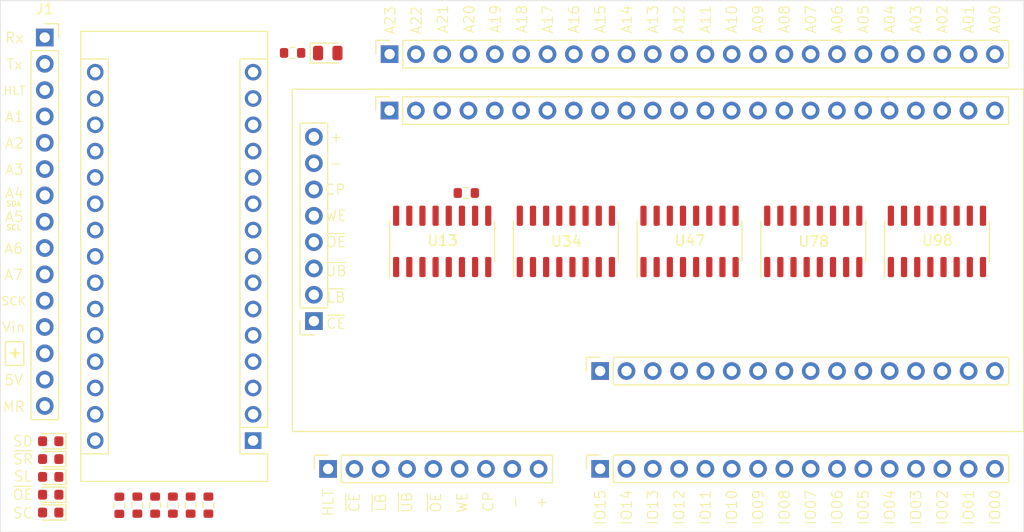
<source format=kicad_pcb>
(kicad_pcb (version 20171130) (host pcbnew "(5.1.10-1-10_14)")

  (general
    (thickness 1.6)
    (drawings 99)
    (tracks 0)
    (zones 0)
    (modules 27)
    (nets 84)
  )

  (page A4)
  (layers
    (0 F.Cu signal)
    (31 B.Cu signal)
    (32 B.Adhes user)
    (33 F.Adhes user)
    (34 B.Paste user)
    (35 F.Paste user)
    (36 B.SilkS user)
    (37 F.SilkS user)
    (38 B.Mask user)
    (39 F.Mask user)
    (40 Dwgs.User user)
    (41 Cmts.User user)
    (42 Eco1.User user)
    (43 Eco2.User user)
    (44 Edge.Cuts user)
    (45 Margin user)
    (46 B.CrtYd user)
    (47 F.CrtYd user)
    (48 B.Fab user)
    (49 F.Fab user hide)
  )

  (setup
    (last_trace_width 0.25)
    (trace_clearance 0.2)
    (zone_clearance 0.508)
    (zone_45_only no)
    (trace_min 0.2)
    (via_size 0.8)
    (via_drill 0.4)
    (via_min_size 0.4)
    (via_min_drill 0.3)
    (uvia_size 0.3)
    (uvia_drill 0.1)
    (uvias_allowed no)
    (uvia_min_size 0.2)
    (uvia_min_drill 0.1)
    (edge_width 0.05)
    (segment_width 0.2)
    (pcb_text_width 0.3)
    (pcb_text_size 1.5 1.5)
    (mod_edge_width 0.12)
    (mod_text_size 1 1)
    (mod_text_width 0.15)
    (pad_size 1.524 1.524)
    (pad_drill 0.762)
    (pad_to_mask_clearance 0)
    (aux_axis_origin 0 0)
    (visible_elements FFFFFF7F)
    (pcbplotparams
      (layerselection 0x010fc_ffffffff)
      (usegerberextensions false)
      (usegerberattributes true)
      (usegerberadvancedattributes true)
      (creategerberjobfile true)
      (excludeedgelayer true)
      (linewidth 0.100000)
      (plotframeref false)
      (viasonmask false)
      (mode 1)
      (useauxorigin false)
      (hpglpennumber 1)
      (hpglpenspeed 20)
      (hpglpendiameter 15.000000)
      (psnegative false)
      (psa4output false)
      (plotreference true)
      (plotvalue true)
      (plotinvisibletext false)
      (padsonsilk false)
      (subtractmaskfromsilk false)
      (outputformat 1)
      (mirror false)
      (drillshape 1)
      (scaleselection 1)
      (outputdirectory ""))
  )

  (net 0 "")
  (net 1 VCC)
  (net 2 GND)
  (net 3 ~OE)
  (net 4 CLOCK)
  (net 5 "Net-(U1-Pad1)")
  (net 6 "Net-(U3-Pad1)")
  (net 7 "Net-(U5-Pad1)")
  (net 8 "Net-(U7-Pad1)")
  (net 9 "Net-(U10-Pad1)")
  (net 10 "Net-(U11-Pad1)")
  (net 11 "Net-(J2-Pad1)")
  (net 12 "Net-(U13-Pad9)")
  (net 13 "Net-(J2-Pad8)")
  (net 14 "Net-(J2-Pad7)")
  (net 15 "Net-(J2-Pad6)")
  (net 16 "Net-(J2-Pad5)")
  (net 17 "Net-(J2-Pad4)")
  (net 18 "Net-(J2-Pad3)")
  (net 19 "Net-(J2-Pad2)")
  (net 20 "Net-(J2-Pad9)")
  (net 21 "Net-(J2-Pad10)")
  (net 22 "Net-(U34-Pad9)")
  (net 23 "Net-(J2-Pad16)")
  (net 24 "Net-(J2-Pad15)")
  (net 25 "Net-(J2-Pad14)")
  (net 26 "Net-(J2-Pad13)")
  (net 27 "Net-(J2-Pad12)")
  (net 28 "Net-(J2-Pad11)")
  (net 29 "Net-(J3-Pad1)")
  (net 30 "Net-(U47-Pad9)")
  (net 31 "Net-(J3-Pad8)")
  (net 32 "Net-(J3-Pad7)")
  (net 33 "Net-(J3-Pad6)")
  (net 34 "Net-(J3-Pad5)")
  (net 35 "Net-(J3-Pad4)")
  (net 36 "Net-(J3-Pad3)")
  (net 37 "Net-(J3-Pad2)")
  (net 38 "Net-(J3-Pad9)")
  (net 39 "Net-(J3-Pad10)")
  (net 40 "Net-(J3-Pad11)")
  (net 41 "Net-(J3-Pad12)")
  (net 42 "Net-(J3-Pad13)")
  (net 43 "Net-(J3-Pad14)")
  (net 44 "Net-(J3-Pad15)")
  (net 45 "Net-(J3-Pad16)")
  (net 46 CO)
  (net 47 "Net-(J3-Pad24)")
  (net 48 "Net-(J3-Pad23)")
  (net 49 "Net-(J3-Pad22)")
  (net 50 "Net-(J3-Pad21)")
  (net 51 "Net-(J3-Pad20)")
  (net 52 "Net-(J3-Pad19)")
  (net 53 "Net-(J3-Pad18)")
  (net 54 "Net-(J3-Pad17)")
  (net 55 "Net-(U78-Pad9)")
  (net 56 WE)
  (net 57 ~UB)
  (net 58 ~LB)
  (net 59 ~CE)
  (net 60 ~SR_OE)
  (net 61 SR_LATCH)
  (net 62 ~SR_RESET)
  (net 63 SR_DATA)
  (net 64 SH_CO)
  (net 65 SE_DATA)
  (net 66 "Net-(A1-Pad16)")
  (net 67 "Net-(A1-Pad30)")
  (net 68 "Net-(A1-Pad28)")
  (net 69 "Net-(A1-Pad27)")
  (net 70 "Net-(A1-Pad26)")
  (net 71 "Net-(A1-Pad25)")
  (net 72 "Net-(A1-Pad24)")
  (net 73 "Net-(A1-Pad23)")
  (net 74 "Net-(A1-Pad22)")
  (net 75 "Net-(A1-Pad21)")
  (net 76 "Net-(A1-Pad20)")
  (net 77 "Net-(A1-Pad18)")
  (net 78 "Net-(A1-Pad2)")
  (net 79 "Net-(A1-Pad17)")
  (net 80 "Net-(A1-Pad1)")
  (net 81 SR_CLOCK)
  (net 82 "Net-(J1-Pad15)")
  (net 83 HALT)

  (net_class Default "This is the default net class."
    (clearance 0.2)
    (trace_width 0.25)
    (via_dia 0.8)
    (via_drill 0.4)
    (uvia_dia 0.3)
    (uvia_drill 0.1)
    (add_net CLOCK)
    (add_net CO)
    (add_net GND)
    (add_net HALT)
    (add_net "Net-(A1-Pad1)")
    (add_net "Net-(A1-Pad16)")
    (add_net "Net-(A1-Pad17)")
    (add_net "Net-(A1-Pad18)")
    (add_net "Net-(A1-Pad2)")
    (add_net "Net-(A1-Pad20)")
    (add_net "Net-(A1-Pad21)")
    (add_net "Net-(A1-Pad22)")
    (add_net "Net-(A1-Pad23)")
    (add_net "Net-(A1-Pad24)")
    (add_net "Net-(A1-Pad25)")
    (add_net "Net-(A1-Pad26)")
    (add_net "Net-(A1-Pad27)")
    (add_net "Net-(A1-Pad28)")
    (add_net "Net-(A1-Pad30)")
    (add_net "Net-(J1-Pad15)")
    (add_net "Net-(J2-Pad1)")
    (add_net "Net-(J2-Pad10)")
    (add_net "Net-(J2-Pad11)")
    (add_net "Net-(J2-Pad12)")
    (add_net "Net-(J2-Pad13)")
    (add_net "Net-(J2-Pad14)")
    (add_net "Net-(J2-Pad15)")
    (add_net "Net-(J2-Pad16)")
    (add_net "Net-(J2-Pad2)")
    (add_net "Net-(J2-Pad3)")
    (add_net "Net-(J2-Pad4)")
    (add_net "Net-(J2-Pad5)")
    (add_net "Net-(J2-Pad6)")
    (add_net "Net-(J2-Pad7)")
    (add_net "Net-(J2-Pad8)")
    (add_net "Net-(J2-Pad9)")
    (add_net "Net-(J3-Pad1)")
    (add_net "Net-(J3-Pad10)")
    (add_net "Net-(J3-Pad11)")
    (add_net "Net-(J3-Pad12)")
    (add_net "Net-(J3-Pad13)")
    (add_net "Net-(J3-Pad14)")
    (add_net "Net-(J3-Pad15)")
    (add_net "Net-(J3-Pad16)")
    (add_net "Net-(J3-Pad17)")
    (add_net "Net-(J3-Pad18)")
    (add_net "Net-(J3-Pad19)")
    (add_net "Net-(J3-Pad2)")
    (add_net "Net-(J3-Pad20)")
    (add_net "Net-(J3-Pad21)")
    (add_net "Net-(J3-Pad22)")
    (add_net "Net-(J3-Pad23)")
    (add_net "Net-(J3-Pad24)")
    (add_net "Net-(J3-Pad3)")
    (add_net "Net-(J3-Pad4)")
    (add_net "Net-(J3-Pad5)")
    (add_net "Net-(J3-Pad6)")
    (add_net "Net-(J3-Pad7)")
    (add_net "Net-(J3-Pad8)")
    (add_net "Net-(J3-Pad9)")
    (add_net "Net-(U1-Pad1)")
    (add_net "Net-(U10-Pad1)")
    (add_net "Net-(U11-Pad1)")
    (add_net "Net-(U13-Pad9)")
    (add_net "Net-(U3-Pad1)")
    (add_net "Net-(U34-Pad9)")
    (add_net "Net-(U47-Pad9)")
    (add_net "Net-(U5-Pad1)")
    (add_net "Net-(U7-Pad1)")
    (add_net "Net-(U78-Pad9)")
    (add_net SE_DATA)
    (add_net SH_CO)
    (add_net SR_CLOCK)
    (add_net SR_DATA)
    (add_net SR_LATCH)
    (add_net VCC)
    (add_net WE)
    (add_net ~CE)
    (add_net ~LB)
    (add_net ~OE)
    (add_net ~SR_OE)
    (add_net ~SR_RESET)
    (add_net ~UB)
  )

  (module Connector_PinSocket_2.54mm:PinSocket_1x09_P2.54mm_Vertical (layer F.Cu) (tedit 5A19A431) (tstamp 614D8822)
    (at 78.1 50.23 90)
    (descr "Through hole straight socket strip, 1x09, 2.54mm pitch, single row (from Kicad 4.0.7), script generated")
    (tags "Through hole socket strip THT 1x09 2.54mm single row")
    (path /626778DC)
    (fp_text reference J7 (at 0 -2.77 90) (layer F.SilkS) hide
      (effects (font (size 1 1) (thickness 0.15)))
    )
    (fp_text value Conn_01x09 (at 0 23.09 90) (layer F.Fab)
      (effects (font (size 1 1) (thickness 0.15)))
    )
    (fp_text user %R (at 0 10.16) (layer F.Fab)
      (effects (font (size 1 1) (thickness 0.15)))
    )
    (fp_line (start -1.27 -1.27) (end 0.635 -1.27) (layer F.Fab) (width 0.1))
    (fp_line (start 0.635 -1.27) (end 1.27 -0.635) (layer F.Fab) (width 0.1))
    (fp_line (start 1.27 -0.635) (end 1.27 21.59) (layer F.Fab) (width 0.1))
    (fp_line (start 1.27 21.59) (end -1.27 21.59) (layer F.Fab) (width 0.1))
    (fp_line (start -1.27 21.59) (end -1.27 -1.27) (layer F.Fab) (width 0.1))
    (fp_line (start -1.33 1.27) (end 1.33 1.27) (layer F.SilkS) (width 0.12))
    (fp_line (start -1.33 1.27) (end -1.33 21.65) (layer F.SilkS) (width 0.12))
    (fp_line (start -1.33 21.65) (end 1.33 21.65) (layer F.SilkS) (width 0.12))
    (fp_line (start 1.33 1.27) (end 1.33 21.65) (layer F.SilkS) (width 0.12))
    (fp_line (start 1.33 -1.33) (end 1.33 0) (layer F.SilkS) (width 0.12))
    (fp_line (start 0 -1.33) (end 1.33 -1.33) (layer F.SilkS) (width 0.12))
    (fp_line (start -1.8 -1.8) (end 1.75 -1.8) (layer F.CrtYd) (width 0.05))
    (fp_line (start 1.75 -1.8) (end 1.75 22.1) (layer F.CrtYd) (width 0.05))
    (fp_line (start 1.75 22.1) (end -1.8 22.1) (layer F.CrtYd) (width 0.05))
    (fp_line (start -1.8 22.1) (end -1.8 -1.8) (layer F.CrtYd) (width 0.05))
    (pad 9 thru_hole oval (at 0 20.32 90) (size 1.7 1.7) (drill 1) (layers *.Cu *.Mask)
      (net 1 VCC))
    (pad 8 thru_hole oval (at 0 17.78 90) (size 1.7 1.7) (drill 1) (layers *.Cu *.Mask)
      (net 2 GND))
    (pad 7 thru_hole oval (at 0 15.24 90) (size 1.7 1.7) (drill 1) (layers *.Cu *.Mask)
      (net 4 CLOCK))
    (pad 6 thru_hole oval (at 0 12.7 90) (size 1.7 1.7) (drill 1) (layers *.Cu *.Mask)
      (net 56 WE))
    (pad 5 thru_hole oval (at 0 10.16 90) (size 1.7 1.7) (drill 1) (layers *.Cu *.Mask)
      (net 3 ~OE))
    (pad 4 thru_hole oval (at 0 7.62 90) (size 1.7 1.7) (drill 1) (layers *.Cu *.Mask)
      (net 57 ~UB))
    (pad 3 thru_hole oval (at 0 5.08 90) (size 1.7 1.7) (drill 1) (layers *.Cu *.Mask)
      (net 58 ~LB))
    (pad 2 thru_hole oval (at 0 2.54 90) (size 1.7 1.7) (drill 1) (layers *.Cu *.Mask)
      (net 59 ~CE))
    (pad 1 thru_hole rect (at 0 0 90) (size 1.7 1.7) (drill 1) (layers *.Cu *.Mask)
      (net 83 HALT))
    (model ${KISYS3DMOD}/Connector_PinSocket_2.54mm.3dshapes/PinSocket_1x09_P2.54mm_Vertical.wrl
      (at (xyz 0 0 0))
      (scale (xyz 1 1 1))
      (rotate (xyz 0 0 0))
    )
  )

  (module Resistor_SMD:R_0603_1608Metric (layer F.Cu) (tedit 5F68FEEE) (tstamp 614DC751)
    (at 57.95 53.74 270)
    (descr "Resistor SMD 0603 (1608 Metric), square (rectangular) end terminal, IPC_7351 nominal, (Body size source: IPC-SM-782 page 72, https://www.pcb-3d.com/wordpress/wp-content/uploads/ipc-sm-782a_amendment_1_and_2.pdf), generated with kicad-footprint-generator")
    (tags resistor)
    (path /628846C9)
    (attr smd)
    (fp_text reference U14 (at 0 -1.43 90) (layer F.SilkS) hide
      (effects (font (size 1 1) (thickness 0.15)))
    )
    (fp_text value 0603WAF1001T5E (at 0 1.43 90) (layer F.Fab)
      (effects (font (size 1 1) (thickness 0.15)))
    )
    (fp_line (start 1.48 0.73) (end -1.48 0.73) (layer F.CrtYd) (width 0.05))
    (fp_line (start 1.48 -0.73) (end 1.48 0.73) (layer F.CrtYd) (width 0.05))
    (fp_line (start -1.48 -0.73) (end 1.48 -0.73) (layer F.CrtYd) (width 0.05))
    (fp_line (start -1.48 0.73) (end -1.48 -0.73) (layer F.CrtYd) (width 0.05))
    (fp_line (start -0.237258 0.5225) (end 0.237258 0.5225) (layer F.SilkS) (width 0.12))
    (fp_line (start -0.237258 -0.5225) (end 0.237258 -0.5225) (layer F.SilkS) (width 0.12))
    (fp_line (start 0.8 0.4125) (end -0.8 0.4125) (layer F.Fab) (width 0.1))
    (fp_line (start 0.8 -0.4125) (end 0.8 0.4125) (layer F.Fab) (width 0.1))
    (fp_line (start -0.8 -0.4125) (end 0.8 -0.4125) (layer F.Fab) (width 0.1))
    (fp_line (start -0.8 0.4125) (end -0.8 -0.4125) (layer F.Fab) (width 0.1))
    (fp_text user %R (at 0 0 90) (layer F.Fab)
      (effects (font (size 0.4 0.4) (thickness 0.06)))
    )
    (pad 1 smd roundrect (at -0.825 0 270) (size 0.8 0.95) (layers F.Cu F.Paste F.Mask) (roundrect_rratio 0.25)
      (net 82 "Net-(J1-Pad15)"))
    (pad 2 smd roundrect (at 0.825 0 270) (size 0.8 0.95) (layers F.Cu F.Paste F.Mask) (roundrect_rratio 0.25)
      (net 1 VCC))
    (model ${KISYS3DMOD}/Resistor_SMD.3dshapes/R_0603_1608Metric.wrl
      (at (xyz 0 0 0))
      (scale (xyz 1 1 1))
      (rotate (xyz 0 0 0))
    )
  )

  (module Connector_PinSocket_2.54mm:PinSocket_1x15_P2.54mm_Vertical (layer F.Cu) (tedit 5A19A41D) (tstamp 614DD93C)
    (at 50.756 8.59)
    (descr "Through hole straight socket strip, 1x15, 2.54mm pitch, single row (from Kicad 4.0.7), script generated")
    (tags "Through hole socket strip THT 1x15 2.54mm single row")
    (path /62535EB0)
    (fp_text reference J1 (at 0 -2.77) (layer F.SilkS)
      (effects (font (size 1 1) (thickness 0.15)))
    )
    (fp_text value Conn_01x15 (at 0 38.33) (layer F.Fab)
      (effects (font (size 1 1) (thickness 0.15)))
    )
    (fp_line (start -1.8 37.3) (end -1.8 -1.8) (layer F.CrtYd) (width 0.05))
    (fp_line (start 1.75 37.3) (end -1.8 37.3) (layer F.CrtYd) (width 0.05))
    (fp_line (start 1.75 -1.8) (end 1.75 37.3) (layer F.CrtYd) (width 0.05))
    (fp_line (start -1.8 -1.8) (end 1.75 -1.8) (layer F.CrtYd) (width 0.05))
    (fp_line (start 0 -1.33) (end 1.33 -1.33) (layer F.SilkS) (width 0.12))
    (fp_line (start 1.33 -1.33) (end 1.33 0) (layer F.SilkS) (width 0.12))
    (fp_line (start 1.33 1.27) (end 1.33 36.89) (layer F.SilkS) (width 0.12))
    (fp_line (start -1.33 36.89) (end 1.33 36.89) (layer F.SilkS) (width 0.12))
    (fp_line (start -1.33 1.27) (end -1.33 36.89) (layer F.SilkS) (width 0.12))
    (fp_line (start -1.33 1.27) (end 1.33 1.27) (layer F.SilkS) (width 0.12))
    (fp_line (start -1.27 36.83) (end -1.27 -1.27) (layer F.Fab) (width 0.1))
    (fp_line (start 1.27 36.83) (end -1.27 36.83) (layer F.Fab) (width 0.1))
    (fp_line (start 1.27 -0.635) (end 1.27 36.83) (layer F.Fab) (width 0.1))
    (fp_line (start 0.635 -1.27) (end 1.27 -0.635) (layer F.Fab) (width 0.1))
    (fp_line (start -1.27 -1.27) (end 0.635 -1.27) (layer F.Fab) (width 0.1))
    (fp_text user %R (at 0 17.78 90) (layer F.Fab)
      (effects (font (size 1 1) (thickness 0.15)))
    )
    (pad 1 thru_hole rect (at 0 0) (size 1.7 1.7) (drill 1) (layers *.Cu *.Mask)
      (net 78 "Net-(A1-Pad2)"))
    (pad 2 thru_hole oval (at 0 2.54) (size 1.7 1.7) (drill 1) (layers *.Cu *.Mask)
      (net 80 "Net-(A1-Pad1)"))
    (pad 3 thru_hole oval (at 0 5.08) (size 1.7 1.7) (drill 1) (layers *.Cu *.Mask)
      (net 83 HALT))
    (pad 4 thru_hole oval (at 0 7.62) (size 1.7 1.7) (drill 1) (layers *.Cu *.Mask)
      (net 76 "Net-(A1-Pad20)"))
    (pad 5 thru_hole oval (at 0 10.16) (size 1.7 1.7) (drill 1) (layers *.Cu *.Mask)
      (net 75 "Net-(A1-Pad21)"))
    (pad 6 thru_hole oval (at 0 12.7) (size 1.7 1.7) (drill 1) (layers *.Cu *.Mask)
      (net 74 "Net-(A1-Pad22)"))
    (pad 7 thru_hole oval (at 0 15.24) (size 1.7 1.7) (drill 1) (layers *.Cu *.Mask)
      (net 73 "Net-(A1-Pad23)"))
    (pad 8 thru_hole oval (at 0 17.78) (size 1.7 1.7) (drill 1) (layers *.Cu *.Mask)
      (net 72 "Net-(A1-Pad24)"))
    (pad 9 thru_hole oval (at 0 20.32) (size 1.7 1.7) (drill 1) (layers *.Cu *.Mask)
      (net 71 "Net-(A1-Pad25)"))
    (pad 10 thru_hole oval (at 0 22.86) (size 1.7 1.7) (drill 1) (layers *.Cu *.Mask)
      (net 70 "Net-(A1-Pad26)"))
    (pad 11 thru_hole oval (at 0 25.4) (size 1.7 1.7) (drill 1) (layers *.Cu *.Mask)
      (net 66 "Net-(A1-Pad16)"))
    (pad 12 thru_hole oval (at 0 27.94) (size 1.7 1.7) (drill 1) (layers *.Cu *.Mask)
      (net 67 "Net-(A1-Pad30)"))
    (pad 13 thru_hole oval (at 0 30.48) (size 1.7 1.7) (drill 1) (layers *.Cu *.Mask)
      (net 1 VCC))
    (pad 14 thru_hole oval (at 0 33.02) (size 1.7 1.7) (drill 1) (layers *.Cu *.Mask)
      (net 69 "Net-(A1-Pad27)"))
    (pad 15 thru_hole oval (at 0 35.56) (size 1.7 1.7) (drill 1) (layers *.Cu *.Mask)
      (net 82 "Net-(J1-Pad15)"))
    (model ${KISYS3DMOD}/Connector_PinSocket_2.54mm.3dshapes/PinSocket_1x15_P2.54mm_Vertical.wrl
      (at (xyz 0 0 0))
      (scale (xyz 1 1 1))
      (rotate (xyz 0 0 0))
    )
  )

  (module Connector_PinSocket_2.54mm:PinSocket_1x24_P2.54mm_Vertical (layer F.Cu) (tedit 5A19A427) (tstamp 614CE0D0)
    (at 84.04 10.2 90)
    (descr "Through hole straight socket strip, 1x24, 2.54mm pitch, single row (from Kicad 4.0.7), script generated")
    (tags "Through hole socket strip THT 1x24 2.54mm single row")
    (path /6222FDBB)
    (fp_text reference J6 (at 0 -2.77 90) (layer F.SilkS) hide
      (effects (font (size 1 1) (thickness 0.15)))
    )
    (fp_text value Conn_01x24 (at 0 61.19 90) (layer F.Fab)
      (effects (font (size 1 1) (thickness 0.15)))
    )
    (fp_text user %R (at 0 29.21) (layer F.Fab)
      (effects (font (size 1 1) (thickness 0.15)))
    )
    (fp_line (start -1.27 -1.27) (end 0.635 -1.27) (layer F.Fab) (width 0.1))
    (fp_line (start 0.635 -1.27) (end 1.27 -0.635) (layer F.Fab) (width 0.1))
    (fp_line (start 1.27 -0.635) (end 1.27 59.69) (layer F.Fab) (width 0.1))
    (fp_line (start 1.27 59.69) (end -1.27 59.69) (layer F.Fab) (width 0.1))
    (fp_line (start -1.27 59.69) (end -1.27 -1.27) (layer F.Fab) (width 0.1))
    (fp_line (start -1.33 1.27) (end 1.33 1.27) (layer F.SilkS) (width 0.12))
    (fp_line (start -1.33 1.27) (end -1.33 59.75) (layer F.SilkS) (width 0.12))
    (fp_line (start -1.33 59.75) (end 1.33 59.75) (layer F.SilkS) (width 0.12))
    (fp_line (start 1.33 1.27) (end 1.33 59.75) (layer F.SilkS) (width 0.12))
    (fp_line (start 1.33 -1.33) (end 1.33 0) (layer F.SilkS) (width 0.12))
    (fp_line (start 0 -1.33) (end 1.33 -1.33) (layer F.SilkS) (width 0.12))
    (fp_line (start -1.8 -1.8) (end 1.75 -1.8) (layer F.CrtYd) (width 0.05))
    (fp_line (start 1.75 -1.8) (end 1.75 60.2) (layer F.CrtYd) (width 0.05))
    (fp_line (start 1.75 60.2) (end -1.8 60.2) (layer F.CrtYd) (width 0.05))
    (fp_line (start -1.8 60.2) (end -1.8 -1.8) (layer F.CrtYd) (width 0.05))
    (pad 24 thru_hole oval (at 0 58.42 90) (size 1.7 1.7) (drill 1) (layers *.Cu *.Mask)
      (net 47 "Net-(J3-Pad24)"))
    (pad 23 thru_hole oval (at 0 55.88 90) (size 1.7 1.7) (drill 1) (layers *.Cu *.Mask)
      (net 48 "Net-(J3-Pad23)"))
    (pad 22 thru_hole oval (at 0 53.34 90) (size 1.7 1.7) (drill 1) (layers *.Cu *.Mask)
      (net 49 "Net-(J3-Pad22)"))
    (pad 21 thru_hole oval (at 0 50.8 90) (size 1.7 1.7) (drill 1) (layers *.Cu *.Mask)
      (net 50 "Net-(J3-Pad21)"))
    (pad 20 thru_hole oval (at 0 48.26 90) (size 1.7 1.7) (drill 1) (layers *.Cu *.Mask)
      (net 51 "Net-(J3-Pad20)"))
    (pad 19 thru_hole oval (at 0 45.72 90) (size 1.7 1.7) (drill 1) (layers *.Cu *.Mask)
      (net 52 "Net-(J3-Pad19)"))
    (pad 18 thru_hole oval (at 0 43.18 90) (size 1.7 1.7) (drill 1) (layers *.Cu *.Mask)
      (net 53 "Net-(J3-Pad18)"))
    (pad 17 thru_hole oval (at 0 40.64 90) (size 1.7 1.7) (drill 1) (layers *.Cu *.Mask)
      (net 54 "Net-(J3-Pad17)"))
    (pad 16 thru_hole oval (at 0 38.1 90) (size 1.7 1.7) (drill 1) (layers *.Cu *.Mask)
      (net 45 "Net-(J3-Pad16)"))
    (pad 15 thru_hole oval (at 0 35.56 90) (size 1.7 1.7) (drill 1) (layers *.Cu *.Mask)
      (net 44 "Net-(J3-Pad15)"))
    (pad 14 thru_hole oval (at 0 33.02 90) (size 1.7 1.7) (drill 1) (layers *.Cu *.Mask)
      (net 43 "Net-(J3-Pad14)"))
    (pad 13 thru_hole oval (at 0 30.48 90) (size 1.7 1.7) (drill 1) (layers *.Cu *.Mask)
      (net 42 "Net-(J3-Pad13)"))
    (pad 12 thru_hole oval (at 0 27.94 90) (size 1.7 1.7) (drill 1) (layers *.Cu *.Mask)
      (net 41 "Net-(J3-Pad12)"))
    (pad 11 thru_hole oval (at 0 25.4 90) (size 1.7 1.7) (drill 1) (layers *.Cu *.Mask)
      (net 40 "Net-(J3-Pad11)"))
    (pad 10 thru_hole oval (at 0 22.86 90) (size 1.7 1.7) (drill 1) (layers *.Cu *.Mask)
      (net 39 "Net-(J3-Pad10)"))
    (pad 9 thru_hole oval (at 0 20.32 90) (size 1.7 1.7) (drill 1) (layers *.Cu *.Mask)
      (net 38 "Net-(J3-Pad9)"))
    (pad 8 thru_hole oval (at 0 17.78 90) (size 1.7 1.7) (drill 1) (layers *.Cu *.Mask)
      (net 31 "Net-(J3-Pad8)"))
    (pad 7 thru_hole oval (at 0 15.24 90) (size 1.7 1.7) (drill 1) (layers *.Cu *.Mask)
      (net 32 "Net-(J3-Pad7)"))
    (pad 6 thru_hole oval (at 0 12.7 90) (size 1.7 1.7) (drill 1) (layers *.Cu *.Mask)
      (net 33 "Net-(J3-Pad6)"))
    (pad 5 thru_hole oval (at 0 10.16 90) (size 1.7 1.7) (drill 1) (layers *.Cu *.Mask)
      (net 34 "Net-(J3-Pad5)"))
    (pad 4 thru_hole oval (at 0 7.62 90) (size 1.7 1.7) (drill 1) (layers *.Cu *.Mask)
      (net 35 "Net-(J3-Pad4)"))
    (pad 3 thru_hole oval (at 0 5.08 90) (size 1.7 1.7) (drill 1) (layers *.Cu *.Mask)
      (net 36 "Net-(J3-Pad3)"))
    (pad 2 thru_hole oval (at 0 2.54 90) (size 1.7 1.7) (drill 1) (layers *.Cu *.Mask)
      (net 37 "Net-(J3-Pad2)"))
    (pad 1 thru_hole rect (at 0 0 90) (size 1.7 1.7) (drill 1) (layers *.Cu *.Mask)
      (net 29 "Net-(J3-Pad1)"))
    (model ${KISYS3DMOD}/Connector_PinSocket_2.54mm.3dshapes/PinSocket_1x24_P2.54mm_Vertical.wrl
      (at (xyz 0 0 0))
      (scale (xyz 1 1 1))
      (rotate (xyz 0 0 0))
    )
  )

  (module Connector_PinSocket_2.54mm:PinSocket_1x16_P2.54mm_Vertical (layer F.Cu) (tedit 5A19A41E) (tstamp 614CE0A4)
    (at 104.36 50.22 90)
    (descr "Through hole straight socket strip, 1x16, 2.54mm pitch, single row (from Kicad 4.0.7), script generated")
    (tags "Through hole socket strip THT 1x16 2.54mm single row")
    (path /622186DD)
    (fp_text reference J5 (at 0 -2.77 90) (layer F.SilkS) hide
      (effects (font (size 1 1) (thickness 0.15)))
    )
    (fp_text value Conn_01x16 (at 0 40.87 90) (layer F.Fab)
      (effects (font (size 1 1) (thickness 0.15)))
    )
    (fp_text user %R (at 0 19.05) (layer F.Fab)
      (effects (font (size 1 1) (thickness 0.15)))
    )
    (fp_line (start -1.27 -1.27) (end 0.635 -1.27) (layer F.Fab) (width 0.1))
    (fp_line (start 0.635 -1.27) (end 1.27 -0.635) (layer F.Fab) (width 0.1))
    (fp_line (start 1.27 -0.635) (end 1.27 39.37) (layer F.Fab) (width 0.1))
    (fp_line (start 1.27 39.37) (end -1.27 39.37) (layer F.Fab) (width 0.1))
    (fp_line (start -1.27 39.37) (end -1.27 -1.27) (layer F.Fab) (width 0.1))
    (fp_line (start -1.33 1.27) (end 1.33 1.27) (layer F.SilkS) (width 0.12))
    (fp_line (start -1.33 1.27) (end -1.33 39.43) (layer F.SilkS) (width 0.12))
    (fp_line (start -1.33 39.43) (end 1.33 39.43) (layer F.SilkS) (width 0.12))
    (fp_line (start 1.33 1.27) (end 1.33 39.43) (layer F.SilkS) (width 0.12))
    (fp_line (start 1.33 -1.33) (end 1.33 0) (layer F.SilkS) (width 0.12))
    (fp_line (start 0 -1.33) (end 1.33 -1.33) (layer F.SilkS) (width 0.12))
    (fp_line (start -1.8 -1.8) (end 1.75 -1.8) (layer F.CrtYd) (width 0.05))
    (fp_line (start 1.75 -1.8) (end 1.75 39.9) (layer F.CrtYd) (width 0.05))
    (fp_line (start 1.75 39.9) (end -1.8 39.9) (layer F.CrtYd) (width 0.05))
    (fp_line (start -1.8 39.9) (end -1.8 -1.8) (layer F.CrtYd) (width 0.05))
    (pad 16 thru_hole oval (at 0 38.1 90) (size 1.7 1.7) (drill 1) (layers *.Cu *.Mask)
      (net 23 "Net-(J2-Pad16)"))
    (pad 15 thru_hole oval (at 0 35.56 90) (size 1.7 1.7) (drill 1) (layers *.Cu *.Mask)
      (net 24 "Net-(J2-Pad15)"))
    (pad 14 thru_hole oval (at 0 33.02 90) (size 1.7 1.7) (drill 1) (layers *.Cu *.Mask)
      (net 25 "Net-(J2-Pad14)"))
    (pad 13 thru_hole oval (at 0 30.48 90) (size 1.7 1.7) (drill 1) (layers *.Cu *.Mask)
      (net 26 "Net-(J2-Pad13)"))
    (pad 12 thru_hole oval (at 0 27.94 90) (size 1.7 1.7) (drill 1) (layers *.Cu *.Mask)
      (net 27 "Net-(J2-Pad12)"))
    (pad 11 thru_hole oval (at 0 25.4 90) (size 1.7 1.7) (drill 1) (layers *.Cu *.Mask)
      (net 28 "Net-(J2-Pad11)"))
    (pad 10 thru_hole oval (at 0 22.86 90) (size 1.7 1.7) (drill 1) (layers *.Cu *.Mask)
      (net 21 "Net-(J2-Pad10)"))
    (pad 9 thru_hole oval (at 0 20.32 90) (size 1.7 1.7) (drill 1) (layers *.Cu *.Mask)
      (net 20 "Net-(J2-Pad9)"))
    (pad 8 thru_hole oval (at 0 17.78 90) (size 1.7 1.7) (drill 1) (layers *.Cu *.Mask)
      (net 13 "Net-(J2-Pad8)"))
    (pad 7 thru_hole oval (at 0 15.24 90) (size 1.7 1.7) (drill 1) (layers *.Cu *.Mask)
      (net 14 "Net-(J2-Pad7)"))
    (pad 6 thru_hole oval (at 0 12.7 90) (size 1.7 1.7) (drill 1) (layers *.Cu *.Mask)
      (net 15 "Net-(J2-Pad6)"))
    (pad 5 thru_hole oval (at 0 10.16 90) (size 1.7 1.7) (drill 1) (layers *.Cu *.Mask)
      (net 16 "Net-(J2-Pad5)"))
    (pad 4 thru_hole oval (at 0 7.62 90) (size 1.7 1.7) (drill 1) (layers *.Cu *.Mask)
      (net 17 "Net-(J2-Pad4)"))
    (pad 3 thru_hole oval (at 0 5.08 90) (size 1.7 1.7) (drill 1) (layers *.Cu *.Mask)
      (net 18 "Net-(J2-Pad3)"))
    (pad 2 thru_hole oval (at 0 2.54 90) (size 1.7 1.7) (drill 1) (layers *.Cu *.Mask)
      (net 19 "Net-(J2-Pad2)"))
    (pad 1 thru_hole rect (at 0 0 90) (size 1.7 1.7) (drill 1) (layers *.Cu *.Mask)
      (net 11 "Net-(J2-Pad1)"))
    (model ${KISYS3DMOD}/Connector_PinSocket_2.54mm.3dshapes/PinSocket_1x16_P2.54mm_Vertical.wrl
      (at (xyz 0 0 0))
      (scale (xyz 1 1 1))
      (rotate (xyz 0 0 0))
    )
  )

  (module Connector_PinSocket_2.54mm:PinSocket_1x08_P2.54mm_Vertical (layer F.Cu) (tedit 5A19A420) (tstamp 614CA03E)
    (at 76.73 35.96 180)
    (descr "Through hole straight socket strip, 1x08, 2.54mm pitch, single row (from Kicad 4.0.7), script generated")
    (tags "Through hole socket strip THT 1x08 2.54mm single row")
    (path /6209518B)
    (fp_text reference J4 (at 0 -2.77) (layer F.SilkS) hide
      (effects (font (size 1 1) (thickness 0.15)))
    )
    (fp_text value Conn_01x08 (at 0 20.55) (layer F.Fab)
      (effects (font (size 1 1) (thickness 0.15)))
    )
    (fp_text user %R (at 0 8.89 90) (layer F.Fab)
      (effects (font (size 1 1) (thickness 0.15)))
    )
    (fp_line (start -1.27 -1.27) (end 0.635 -1.27) (layer F.Fab) (width 0.1))
    (fp_line (start 0.635 -1.27) (end 1.27 -0.635) (layer F.Fab) (width 0.1))
    (fp_line (start 1.27 -0.635) (end 1.27 19.05) (layer F.Fab) (width 0.1))
    (fp_line (start 1.27 19.05) (end -1.27 19.05) (layer F.Fab) (width 0.1))
    (fp_line (start -1.27 19.05) (end -1.27 -1.27) (layer F.Fab) (width 0.1))
    (fp_line (start -1.33 1.27) (end 1.33 1.27) (layer F.SilkS) (width 0.12))
    (fp_line (start -1.33 1.27) (end -1.33 19.11) (layer F.SilkS) (width 0.12))
    (fp_line (start -1.33 19.11) (end 1.33 19.11) (layer F.SilkS) (width 0.12))
    (fp_line (start 1.33 1.27) (end 1.33 19.11) (layer F.SilkS) (width 0.12))
    (fp_line (start 1.33 -1.33) (end 1.33 0) (layer F.SilkS) (width 0.12))
    (fp_line (start 0 -1.33) (end 1.33 -1.33) (layer F.SilkS) (width 0.12))
    (fp_line (start -1.8 -1.8) (end 1.75 -1.8) (layer F.CrtYd) (width 0.05))
    (fp_line (start 1.75 -1.8) (end 1.75 19.55) (layer F.CrtYd) (width 0.05))
    (fp_line (start 1.75 19.55) (end -1.8 19.55) (layer F.CrtYd) (width 0.05))
    (fp_line (start -1.8 19.55) (end -1.8 -1.8) (layer F.CrtYd) (width 0.05))
    (pad 8 thru_hole oval (at 0 17.78 180) (size 1.7 1.7) (drill 1) (layers *.Cu *.Mask)
      (net 1 VCC))
    (pad 7 thru_hole oval (at 0 15.24 180) (size 1.7 1.7) (drill 1) (layers *.Cu *.Mask)
      (net 2 GND))
    (pad 6 thru_hole oval (at 0 12.7 180) (size 1.7 1.7) (drill 1) (layers *.Cu *.Mask)
      (net 4 CLOCK))
    (pad 5 thru_hole oval (at 0 10.16 180) (size 1.7 1.7) (drill 1) (layers *.Cu *.Mask)
      (net 56 WE))
    (pad 4 thru_hole oval (at 0 7.62 180) (size 1.7 1.7) (drill 1) (layers *.Cu *.Mask)
      (net 3 ~OE))
    (pad 3 thru_hole oval (at 0 5.08 180) (size 1.7 1.7) (drill 1) (layers *.Cu *.Mask)
      (net 57 ~UB))
    (pad 2 thru_hole oval (at 0 2.54 180) (size 1.7 1.7) (drill 1) (layers *.Cu *.Mask)
      (net 58 ~LB))
    (pad 1 thru_hole rect (at 0 0 180) (size 1.7 1.7) (drill 1) (layers *.Cu *.Mask)
      (net 59 ~CE))
    (model ${KISYS3DMOD}/Connector_PinSocket_2.54mm.3dshapes/PinSocket_1x08_P2.54mm_Vertical.wrl
      (at (xyz 0 0 0))
      (scale (xyz 1 1 1))
      (rotate (xyz 0 0 0))
    )
  )

  (module Connector_PinSocket_2.54mm:PinSocket_1x24_P2.54mm_Vertical (layer F.Cu) (tedit 5A19A427) (tstamp 614BFA74)
    (at 84.03 15.64 90)
    (descr "Through hole straight socket strip, 1x24, 2.54mm pitch, single row (from Kicad 4.0.7), script generated")
    (tags "Through hole socket strip THT 1x24 2.54mm single row")
    (path /61B46A5D)
    (fp_text reference J3 (at 0 -2.77 90) (layer F.SilkS) hide
      (effects (font (size 1 1) (thickness 0.15)))
    )
    (fp_text value Conn_01x24 (at 0 61.19 90) (layer F.Fab)
      (effects (font (size 1 1) (thickness 0.15)))
    )
    (fp_text user %R (at 0 29.21) (layer F.Fab)
      (effects (font (size 1 1) (thickness 0.15)))
    )
    (fp_line (start -1.27 -1.27) (end 0.635 -1.27) (layer F.Fab) (width 0.1))
    (fp_line (start 0.635 -1.27) (end 1.27 -0.635) (layer F.Fab) (width 0.1))
    (fp_line (start 1.27 -0.635) (end 1.27 59.69) (layer F.Fab) (width 0.1))
    (fp_line (start 1.27 59.69) (end -1.27 59.69) (layer F.Fab) (width 0.1))
    (fp_line (start -1.27 59.69) (end -1.27 -1.27) (layer F.Fab) (width 0.1))
    (fp_line (start -1.33 1.27) (end 1.33 1.27) (layer F.SilkS) (width 0.12))
    (fp_line (start -1.33 1.27) (end -1.33 59.75) (layer F.SilkS) (width 0.12))
    (fp_line (start -1.33 59.75) (end 1.33 59.75) (layer F.SilkS) (width 0.12))
    (fp_line (start 1.33 1.27) (end 1.33 59.75) (layer F.SilkS) (width 0.12))
    (fp_line (start 1.33 -1.33) (end 1.33 0) (layer F.SilkS) (width 0.12))
    (fp_line (start 0 -1.33) (end 1.33 -1.33) (layer F.SilkS) (width 0.12))
    (fp_line (start -1.8 -1.8) (end 1.75 -1.8) (layer F.CrtYd) (width 0.05))
    (fp_line (start 1.75 -1.8) (end 1.75 60.2) (layer F.CrtYd) (width 0.05))
    (fp_line (start 1.75 60.2) (end -1.8 60.2) (layer F.CrtYd) (width 0.05))
    (fp_line (start -1.8 60.2) (end -1.8 -1.8) (layer F.CrtYd) (width 0.05))
    (pad 24 thru_hole oval (at 0 58.42 90) (size 1.7 1.7) (drill 1) (layers *.Cu *.Mask)
      (net 47 "Net-(J3-Pad24)"))
    (pad 23 thru_hole oval (at 0 55.88 90) (size 1.7 1.7) (drill 1) (layers *.Cu *.Mask)
      (net 48 "Net-(J3-Pad23)"))
    (pad 22 thru_hole oval (at 0 53.34 90) (size 1.7 1.7) (drill 1) (layers *.Cu *.Mask)
      (net 49 "Net-(J3-Pad22)"))
    (pad 21 thru_hole oval (at 0 50.8 90) (size 1.7 1.7) (drill 1) (layers *.Cu *.Mask)
      (net 50 "Net-(J3-Pad21)"))
    (pad 20 thru_hole oval (at 0 48.26 90) (size 1.7 1.7) (drill 1) (layers *.Cu *.Mask)
      (net 51 "Net-(J3-Pad20)"))
    (pad 19 thru_hole oval (at 0 45.72 90) (size 1.7 1.7) (drill 1) (layers *.Cu *.Mask)
      (net 52 "Net-(J3-Pad19)"))
    (pad 18 thru_hole oval (at 0 43.18 90) (size 1.7 1.7) (drill 1) (layers *.Cu *.Mask)
      (net 53 "Net-(J3-Pad18)"))
    (pad 17 thru_hole oval (at 0 40.64 90) (size 1.7 1.7) (drill 1) (layers *.Cu *.Mask)
      (net 54 "Net-(J3-Pad17)"))
    (pad 16 thru_hole oval (at 0 38.1 90) (size 1.7 1.7) (drill 1) (layers *.Cu *.Mask)
      (net 45 "Net-(J3-Pad16)"))
    (pad 15 thru_hole oval (at 0 35.56 90) (size 1.7 1.7) (drill 1) (layers *.Cu *.Mask)
      (net 44 "Net-(J3-Pad15)"))
    (pad 14 thru_hole oval (at 0 33.02 90) (size 1.7 1.7) (drill 1) (layers *.Cu *.Mask)
      (net 43 "Net-(J3-Pad14)"))
    (pad 13 thru_hole oval (at 0 30.48 90) (size 1.7 1.7) (drill 1) (layers *.Cu *.Mask)
      (net 42 "Net-(J3-Pad13)"))
    (pad 12 thru_hole oval (at 0 27.94 90) (size 1.7 1.7) (drill 1) (layers *.Cu *.Mask)
      (net 41 "Net-(J3-Pad12)"))
    (pad 11 thru_hole oval (at 0 25.4 90) (size 1.7 1.7) (drill 1) (layers *.Cu *.Mask)
      (net 40 "Net-(J3-Pad11)"))
    (pad 10 thru_hole oval (at 0 22.86 90) (size 1.7 1.7) (drill 1) (layers *.Cu *.Mask)
      (net 39 "Net-(J3-Pad10)"))
    (pad 9 thru_hole oval (at 0 20.32 90) (size 1.7 1.7) (drill 1) (layers *.Cu *.Mask)
      (net 38 "Net-(J3-Pad9)"))
    (pad 8 thru_hole oval (at 0 17.78 90) (size 1.7 1.7) (drill 1) (layers *.Cu *.Mask)
      (net 31 "Net-(J3-Pad8)"))
    (pad 7 thru_hole oval (at 0 15.24 90) (size 1.7 1.7) (drill 1) (layers *.Cu *.Mask)
      (net 32 "Net-(J3-Pad7)"))
    (pad 6 thru_hole oval (at 0 12.7 90) (size 1.7 1.7) (drill 1) (layers *.Cu *.Mask)
      (net 33 "Net-(J3-Pad6)"))
    (pad 5 thru_hole oval (at 0 10.16 90) (size 1.7 1.7) (drill 1) (layers *.Cu *.Mask)
      (net 34 "Net-(J3-Pad5)"))
    (pad 4 thru_hole oval (at 0 7.62 90) (size 1.7 1.7) (drill 1) (layers *.Cu *.Mask)
      (net 35 "Net-(J3-Pad4)"))
    (pad 3 thru_hole oval (at 0 5.08 90) (size 1.7 1.7) (drill 1) (layers *.Cu *.Mask)
      (net 36 "Net-(J3-Pad3)"))
    (pad 2 thru_hole oval (at 0 2.54 90) (size 1.7 1.7) (drill 1) (layers *.Cu *.Mask)
      (net 37 "Net-(J3-Pad2)"))
    (pad 1 thru_hole rect (at 0 0 90) (size 1.7 1.7) (drill 1) (layers *.Cu *.Mask)
      (net 29 "Net-(J3-Pad1)"))
    (model ${KISYS3DMOD}/Connector_PinSocket_2.54mm.3dshapes/PinSocket_1x24_P2.54mm_Vertical.wrl
      (at (xyz 0 0 0))
      (scale (xyz 1 1 1))
      (rotate (xyz 0 0 0))
    )
  )

  (module Connector_PinSocket_2.54mm:PinSocket_1x16_P2.54mm_Vertical (layer F.Cu) (tedit 5A19A41E) (tstamp 614BFA50)
    (at 104.36 40.78 90)
    (descr "Through hole straight socket strip, 1x16, 2.54mm pitch, single row (from Kicad 4.0.7), script generated")
    (tags "Through hole socket strip THT 1x16 2.54mm single row")
    (path /61B3F624)
    (fp_text reference J2 (at 0 -2.77 90) (layer F.SilkS) hide
      (effects (font (size 1 1) (thickness 0.15)))
    )
    (fp_text value Conn_01x16 (at 0 40.87 90) (layer F.Fab)
      (effects (font (size 1 1) (thickness 0.15)))
    )
    (fp_text user %R (at 0 19.05) (layer F.Fab)
      (effects (font (size 1 1) (thickness 0.15)))
    )
    (fp_line (start -1.27 -1.27) (end 0.635 -1.27) (layer F.Fab) (width 0.1))
    (fp_line (start 0.635 -1.27) (end 1.27 -0.635) (layer F.Fab) (width 0.1))
    (fp_line (start 1.27 -0.635) (end 1.27 39.37) (layer F.Fab) (width 0.1))
    (fp_line (start 1.27 39.37) (end -1.27 39.37) (layer F.Fab) (width 0.1))
    (fp_line (start -1.27 39.37) (end -1.27 -1.27) (layer F.Fab) (width 0.1))
    (fp_line (start -1.33 1.27) (end 1.33 1.27) (layer F.SilkS) (width 0.12))
    (fp_line (start -1.33 1.27) (end -1.33 39.43) (layer F.SilkS) (width 0.12))
    (fp_line (start -1.33 39.43) (end 1.33 39.43) (layer F.SilkS) (width 0.12))
    (fp_line (start 1.33 1.27) (end 1.33 39.43) (layer F.SilkS) (width 0.12))
    (fp_line (start 1.33 -1.33) (end 1.33 0) (layer F.SilkS) (width 0.12))
    (fp_line (start 0 -1.33) (end 1.33 -1.33) (layer F.SilkS) (width 0.12))
    (fp_line (start -1.8 -1.8) (end 1.75 -1.8) (layer F.CrtYd) (width 0.05))
    (fp_line (start 1.75 -1.8) (end 1.75 39.9) (layer F.CrtYd) (width 0.05))
    (fp_line (start 1.75 39.9) (end -1.8 39.9) (layer F.CrtYd) (width 0.05))
    (fp_line (start -1.8 39.9) (end -1.8 -1.8) (layer F.CrtYd) (width 0.05))
    (pad 16 thru_hole oval (at 0 38.1 90) (size 1.7 1.7) (drill 1) (layers *.Cu *.Mask)
      (net 23 "Net-(J2-Pad16)"))
    (pad 15 thru_hole oval (at 0 35.56 90) (size 1.7 1.7) (drill 1) (layers *.Cu *.Mask)
      (net 24 "Net-(J2-Pad15)"))
    (pad 14 thru_hole oval (at 0 33.02 90) (size 1.7 1.7) (drill 1) (layers *.Cu *.Mask)
      (net 25 "Net-(J2-Pad14)"))
    (pad 13 thru_hole oval (at 0 30.48 90) (size 1.7 1.7) (drill 1) (layers *.Cu *.Mask)
      (net 26 "Net-(J2-Pad13)"))
    (pad 12 thru_hole oval (at 0 27.94 90) (size 1.7 1.7) (drill 1) (layers *.Cu *.Mask)
      (net 27 "Net-(J2-Pad12)"))
    (pad 11 thru_hole oval (at 0 25.4 90) (size 1.7 1.7) (drill 1) (layers *.Cu *.Mask)
      (net 28 "Net-(J2-Pad11)"))
    (pad 10 thru_hole oval (at 0 22.86 90) (size 1.7 1.7) (drill 1) (layers *.Cu *.Mask)
      (net 21 "Net-(J2-Pad10)"))
    (pad 9 thru_hole oval (at 0 20.32 90) (size 1.7 1.7) (drill 1) (layers *.Cu *.Mask)
      (net 20 "Net-(J2-Pad9)"))
    (pad 8 thru_hole oval (at 0 17.78 90) (size 1.7 1.7) (drill 1) (layers *.Cu *.Mask)
      (net 13 "Net-(J2-Pad8)"))
    (pad 7 thru_hole oval (at 0 15.24 90) (size 1.7 1.7) (drill 1) (layers *.Cu *.Mask)
      (net 14 "Net-(J2-Pad7)"))
    (pad 6 thru_hole oval (at 0 12.7 90) (size 1.7 1.7) (drill 1) (layers *.Cu *.Mask)
      (net 15 "Net-(J2-Pad6)"))
    (pad 5 thru_hole oval (at 0 10.16 90) (size 1.7 1.7) (drill 1) (layers *.Cu *.Mask)
      (net 16 "Net-(J2-Pad5)"))
    (pad 4 thru_hole oval (at 0 7.62 90) (size 1.7 1.7) (drill 1) (layers *.Cu *.Mask)
      (net 17 "Net-(J2-Pad4)"))
    (pad 3 thru_hole oval (at 0 5.08 90) (size 1.7 1.7) (drill 1) (layers *.Cu *.Mask)
      (net 18 "Net-(J2-Pad3)"))
    (pad 2 thru_hole oval (at 0 2.54 90) (size 1.7 1.7) (drill 1) (layers *.Cu *.Mask)
      (net 19 "Net-(J2-Pad2)"))
    (pad 1 thru_hole rect (at 0 0 90) (size 1.7 1.7) (drill 1) (layers *.Cu *.Mask)
      (net 11 "Net-(J2-Pad1)"))
    (model ${KISYS3DMOD}/Connector_PinSocket_2.54mm.3dshapes/PinSocket_1x16_P2.54mm_Vertical.wrl
      (at (xyz 0 0 0))
      (scale (xyz 1 1 1))
      (rotate (xyz 0 0 0))
    )
  )

  (module Module:Arduino_Nano (layer F.Cu) (tedit 58ACAF70) (tstamp 614D2114)
    (at 70.866 47.498 180)
    (descr "Arduino Nano, http://www.mouser.com/pdfdocs/Gravitech_Arduino_Nano3_0.pdf")
    (tags "Arduino Nano")
    (path /622AEC85)
    (fp_text reference A1 (at 7.62 -5.08) (layer F.SilkS) hide
      (effects (font (size 1 1) (thickness 0.15)))
    )
    (fp_text value Arduino_Nano_Every (at 8.89 19.05 90) (layer F.Fab)
      (effects (font (size 1 1) (thickness 0.15)))
    )
    (fp_line (start 16.75 42.16) (end -1.53 42.16) (layer F.CrtYd) (width 0.05))
    (fp_line (start 16.75 42.16) (end 16.75 -4.06) (layer F.CrtYd) (width 0.05))
    (fp_line (start -1.53 -4.06) (end -1.53 42.16) (layer F.CrtYd) (width 0.05))
    (fp_line (start -1.53 -4.06) (end 16.75 -4.06) (layer F.CrtYd) (width 0.05))
    (fp_line (start 16.51 -3.81) (end 16.51 39.37) (layer F.Fab) (width 0.1))
    (fp_line (start 0 -3.81) (end 16.51 -3.81) (layer F.Fab) (width 0.1))
    (fp_line (start -1.27 -2.54) (end 0 -3.81) (layer F.Fab) (width 0.1))
    (fp_line (start -1.27 39.37) (end -1.27 -2.54) (layer F.Fab) (width 0.1))
    (fp_line (start 16.51 39.37) (end -1.27 39.37) (layer F.Fab) (width 0.1))
    (fp_line (start 16.64 -3.94) (end -1.4 -3.94) (layer F.SilkS) (width 0.12))
    (fp_line (start 16.64 39.5) (end 16.64 -3.94) (layer F.SilkS) (width 0.12))
    (fp_line (start -1.4 39.5) (end 16.64 39.5) (layer F.SilkS) (width 0.12))
    (fp_line (start 3.81 41.91) (end 3.81 31.75) (layer F.Fab) (width 0.1))
    (fp_line (start 11.43 41.91) (end 3.81 41.91) (layer F.Fab) (width 0.1))
    (fp_line (start 11.43 31.75) (end 11.43 41.91) (layer F.Fab) (width 0.1))
    (fp_line (start 3.81 31.75) (end 11.43 31.75) (layer F.Fab) (width 0.1))
    (fp_line (start 1.27 36.83) (end -1.4 36.83) (layer F.SilkS) (width 0.12))
    (fp_line (start 1.27 1.27) (end 1.27 36.83) (layer F.SilkS) (width 0.12))
    (fp_line (start 1.27 1.27) (end -1.4 1.27) (layer F.SilkS) (width 0.12))
    (fp_line (start 13.97 36.83) (end 16.64 36.83) (layer F.SilkS) (width 0.12))
    (fp_line (start 13.97 -1.27) (end 13.97 36.83) (layer F.SilkS) (width 0.12))
    (fp_line (start 13.97 -1.27) (end 16.64 -1.27) (layer F.SilkS) (width 0.12))
    (fp_line (start -1.4 -3.94) (end -1.4 -1.27) (layer F.SilkS) (width 0.12))
    (fp_line (start -1.4 1.27) (end -1.4 39.5) (layer F.SilkS) (width 0.12))
    (fp_line (start 1.27 -1.27) (end -1.4 -1.27) (layer F.SilkS) (width 0.12))
    (fp_line (start 1.27 1.27) (end 1.27 -1.27) (layer F.SilkS) (width 0.12))
    (fp_text user %R (at 6.35 19.05 90) (layer F.Fab)
      (effects (font (size 1 1) (thickness 0.15)))
    )
    (pad 1 thru_hole rect (at 0 0 180) (size 1.6 1.6) (drill 1) (layers *.Cu *.Mask)
      (net 80 "Net-(A1-Pad1)"))
    (pad 17 thru_hole oval (at 15.24 33.02 180) (size 1.6 1.6) (drill 1) (layers *.Cu *.Mask)
      (net 79 "Net-(A1-Pad17)"))
    (pad 2 thru_hole oval (at 0 2.54 180) (size 1.6 1.6) (drill 1) (layers *.Cu *.Mask)
      (net 78 "Net-(A1-Pad2)"))
    (pad 18 thru_hole oval (at 15.24 30.48 180) (size 1.6 1.6) (drill 1) (layers *.Cu *.Mask)
      (net 77 "Net-(A1-Pad18)"))
    (pad 3 thru_hole oval (at 0 5.08 180) (size 1.6 1.6) (drill 1) (layers *.Cu *.Mask)
      (net 1 VCC))
    (pad 19 thru_hole oval (at 15.24 27.94 180) (size 1.6 1.6) (drill 1) (layers *.Cu *.Mask)
      (net 83 HALT))
    (pad 4 thru_hole oval (at 0 7.62 180) (size 1.6 1.6) (drill 1) (layers *.Cu *.Mask)
      (net 2 GND))
    (pad 20 thru_hole oval (at 15.24 25.4 180) (size 1.6 1.6) (drill 1) (layers *.Cu *.Mask)
      (net 76 "Net-(A1-Pad20)"))
    (pad 5 thru_hole oval (at 0 10.16 180) (size 1.6 1.6) (drill 1) (layers *.Cu *.Mask)
      (net 64 SH_CO))
    (pad 21 thru_hole oval (at 15.24 22.86 180) (size 1.6 1.6) (drill 1) (layers *.Cu *.Mask)
      (net 75 "Net-(A1-Pad21)"))
    (pad 6 thru_hole oval (at 0 12.7 180) (size 1.6 1.6) (drill 1) (layers *.Cu *.Mask)
      (net 63 SR_DATA))
    (pad 22 thru_hole oval (at 15.24 20.32 180) (size 1.6 1.6) (drill 1) (layers *.Cu *.Mask)
      (net 74 "Net-(A1-Pad22)"))
    (pad 7 thru_hole oval (at 0 15.24 180) (size 1.6 1.6) (drill 1) (layers *.Cu *.Mask)
      (net 62 ~SR_RESET))
    (pad 23 thru_hole oval (at 15.24 17.78 180) (size 1.6 1.6) (drill 1) (layers *.Cu *.Mask)
      (net 73 "Net-(A1-Pad23)"))
    (pad 8 thru_hole oval (at 0 17.78 180) (size 1.6 1.6) (drill 1) (layers *.Cu *.Mask)
      (net 61 SR_LATCH))
    (pad 24 thru_hole oval (at 15.24 15.24 180) (size 1.6 1.6) (drill 1) (layers *.Cu *.Mask)
      (net 72 "Net-(A1-Pad24)"))
    (pad 9 thru_hole oval (at 0 20.32 180) (size 1.6 1.6) (drill 1) (layers *.Cu *.Mask)
      (net 60 ~SR_OE))
    (pad 25 thru_hole oval (at 15.24 12.7 180) (size 1.6 1.6) (drill 1) (layers *.Cu *.Mask)
      (net 71 "Net-(A1-Pad25)"))
    (pad 10 thru_hole oval (at 0 22.86 180) (size 1.6 1.6) (drill 1) (layers *.Cu *.Mask)
      (net 59 ~CE))
    (pad 26 thru_hole oval (at 15.24 10.16 180) (size 1.6 1.6) (drill 1) (layers *.Cu *.Mask)
      (net 70 "Net-(A1-Pad26)"))
    (pad 11 thru_hole oval (at 0 25.4 180) (size 1.6 1.6) (drill 1) (layers *.Cu *.Mask)
      (net 58 ~LB))
    (pad 27 thru_hole oval (at 15.24 7.62 180) (size 1.6 1.6) (drill 1) (layers *.Cu *.Mask)
      (net 69 "Net-(A1-Pad27)"))
    (pad 12 thru_hole oval (at 0 27.94 180) (size 1.6 1.6) (drill 1) (layers *.Cu *.Mask)
      (net 57 ~UB))
    (pad 28 thru_hole oval (at 15.24 5.08 180) (size 1.6 1.6) (drill 1) (layers *.Cu *.Mask)
      (net 68 "Net-(A1-Pad28)"))
    (pad 13 thru_hole oval (at 0 30.48 180) (size 1.6 1.6) (drill 1) (layers *.Cu *.Mask)
      (net 3 ~OE))
    (pad 29 thru_hole oval (at 15.24 2.54 180) (size 1.6 1.6) (drill 1) (layers *.Cu *.Mask)
      (net 2 GND))
    (pad 14 thru_hole oval (at 0 33.02 180) (size 1.6 1.6) (drill 1) (layers *.Cu *.Mask)
      (net 56 WE))
    (pad 30 thru_hole oval (at 15.24 0 180) (size 1.6 1.6) (drill 1) (layers *.Cu *.Mask)
      (net 67 "Net-(A1-Pad30)"))
    (pad 15 thru_hole oval (at 0 35.56 180) (size 1.6 1.6) (drill 1) (layers *.Cu *.Mask)
      (net 81 SR_CLOCK))
    (pad 16 thru_hole oval (at 15.24 35.56 180) (size 1.6 1.6) (drill 1) (layers *.Cu *.Mask)
      (net 66 "Net-(A1-Pad16)"))
    (model ${KISYS3DMOD}/Module.3dshapes/Arduino_Nano_WithMountingHoles.wrl
      (at (xyz 0 0 0))
      (scale (xyz 1 1 1))
      (rotate (xyz 0 0 0))
    )
  )

  (module Resistor_SMD:R_0603_1608Metric (layer F.Cu) (tedit 5F68FEEE) (tstamp 614D89F9)
    (at 64.8335 53.726 270)
    (descr "Resistor SMD 0603 (1608 Metric), square (rectangular) end terminal, IPC_7351 nominal, (Body size source: IPC-SM-782 page 72, https://www.pcb-3d.com/wordpress/wp-content/uploads/ipc-sm-782a_amendment_1_and_2.pdf), generated with kicad-footprint-generator")
    (tags resistor)
    (path /61B8EE3F)
    (attr smd)
    (fp_text reference U12 (at 0 -1.43 90) (layer F.SilkS) hide
      (effects (font (size 1 1) (thickness 0.15)))
    )
    (fp_text value 0603WAF1001T5E (at 0 1.43 90) (layer F.Fab)
      (effects (font (size 1 1) (thickness 0.15)))
    )
    (fp_text user %R (at 0 0 90) (layer F.Fab)
      (effects (font (size 0.4 0.4) (thickness 0.06)))
    )
    (fp_line (start -0.8 0.4125) (end -0.8 -0.4125) (layer F.Fab) (width 0.1))
    (fp_line (start -0.8 -0.4125) (end 0.8 -0.4125) (layer F.Fab) (width 0.1))
    (fp_line (start 0.8 -0.4125) (end 0.8 0.4125) (layer F.Fab) (width 0.1))
    (fp_line (start 0.8 0.4125) (end -0.8 0.4125) (layer F.Fab) (width 0.1))
    (fp_line (start -0.237258 -0.5225) (end 0.237258 -0.5225) (layer F.SilkS) (width 0.12))
    (fp_line (start -0.237258 0.5225) (end 0.237258 0.5225) (layer F.SilkS) (width 0.12))
    (fp_line (start -1.48 0.73) (end -1.48 -0.73) (layer F.CrtYd) (width 0.05))
    (fp_line (start -1.48 -0.73) (end 1.48 -0.73) (layer F.CrtYd) (width 0.05))
    (fp_line (start 1.48 -0.73) (end 1.48 0.73) (layer F.CrtYd) (width 0.05))
    (fp_line (start 1.48 0.73) (end -1.48 0.73) (layer F.CrtYd) (width 0.05))
    (pad 2 smd roundrect (at 0.825 0 270) (size 0.8 0.95) (layers F.Cu F.Paste F.Mask) (roundrect_rratio 0.25)
      (net 2 GND))
    (pad 1 smd roundrect (at -0.825 0 270) (size 0.8 0.95) (layers F.Cu F.Paste F.Mask) (roundrect_rratio 0.25)
      (net 10 "Net-(U11-Pad1)"))
    (model ${KISYS3DMOD}/Resistor_SMD.3dshapes/R_0603_1608Metric.wrl
      (at (xyz 0 0 0))
      (scale (xyz 1 1 1))
      (rotate (xyz 0 0 0))
    )
  )

  (module LED_SMD:LED_0603_1608Metric (layer F.Cu) (tedit 5F68FEF1) (tstamp 614CF74F)
    (at 51.33 49.276875 180)
    (descr "LED SMD 0603 (1608 Metric), square (rectangular) end terminal, IPC_7351 nominal, (Body size source: http://www.tortai-tech.com/upload/download/2011102023233369053.pdf), generated with kicad-footprint-generator")
    (tags LED)
    (path /61B8AF6A)
    (attr smd)
    (fp_text reference U11 (at 0 -1.43) (layer F.SilkS) hide
      (effects (font (size 1 1) (thickness 0.15)))
    )
    (fp_text value "19-213_Y2C-CQ2R2L_3T(CY)" (at 0 1.43) (layer F.Fab)
      (effects (font (size 1 1) (thickness 0.15)))
    )
    (fp_text user %R (at 0 0) (layer F.Fab)
      (effects (font (size 0.4 0.4) (thickness 0.06)))
    )
    (fp_line (start 0.8 -0.4) (end -0.5 -0.4) (layer F.Fab) (width 0.1))
    (fp_line (start -0.5 -0.4) (end -0.8 -0.1) (layer F.Fab) (width 0.1))
    (fp_line (start -0.8 -0.1) (end -0.8 0.4) (layer F.Fab) (width 0.1))
    (fp_line (start -0.8 0.4) (end 0.8 0.4) (layer F.Fab) (width 0.1))
    (fp_line (start 0.8 0.4) (end 0.8 -0.4) (layer F.Fab) (width 0.1))
    (fp_line (start 0.8 -0.735) (end -1.485 -0.735) (layer F.SilkS) (width 0.12))
    (fp_line (start -1.485 -0.735) (end -1.485 0.735) (layer F.SilkS) (width 0.12))
    (fp_line (start -1.485 0.735) (end 0.8 0.735) (layer F.SilkS) (width 0.12))
    (fp_line (start -1.48 0.73) (end -1.48 -0.73) (layer F.CrtYd) (width 0.05))
    (fp_line (start -1.48 -0.73) (end 1.48 -0.73) (layer F.CrtYd) (width 0.05))
    (fp_line (start 1.48 -0.73) (end 1.48 0.73) (layer F.CrtYd) (width 0.05))
    (fp_line (start 1.48 0.73) (end -1.48 0.73) (layer F.CrtYd) (width 0.05))
    (pad 2 smd roundrect (at 0.7875 0 180) (size 0.875 0.95) (layers F.Cu F.Paste F.Mask) (roundrect_rratio 0.25)
      (net 62 ~SR_RESET))
    (pad 1 smd roundrect (at -0.7875 0 180) (size 0.875 0.95) (layers F.Cu F.Paste F.Mask) (roundrect_rratio 0.25)
      (net 10 "Net-(U11-Pad1)"))
    (model ${KISYS3DMOD}/LED_SMD.3dshapes/LED_0603_1608Metric.wrl
      (at (xyz 0 0 0))
      (scale (xyz 1 1 1))
      (rotate (xyz 0 0 0))
    )
  )

  (module Resistor_SMD:R_0603_1608Metric (layer F.Cu) (tedit 5F68FEEE) (tstamp 614D8AB9)
    (at 61.4045 53.726 270)
    (descr "Resistor SMD 0603 (1608 Metric), square (rectangular) end terminal, IPC_7351 nominal, (Body size source: IPC-SM-782 page 72, https://www.pcb-3d.com/wordpress/wp-content/uploads/ipc-sm-782a_amendment_1_and_2.pdf), generated with kicad-footprint-generator")
    (tags resistor)
    (path /61B8EE33)
    (attr smd)
    (fp_text reference U10 (at 0 -1.43 90) (layer F.SilkS) hide
      (effects (font (size 1 1) (thickness 0.15)))
    )
    (fp_text value 0603WAF1001T5E (at 0 1.43 90) (layer F.Fab)
      (effects (font (size 1 1) (thickness 0.15)))
    )
    (fp_text user %R (at 0 0 90) (layer F.Fab)
      (effects (font (size 0.4 0.4) (thickness 0.06)))
    )
    (fp_line (start -0.8 0.4125) (end -0.8 -0.4125) (layer F.Fab) (width 0.1))
    (fp_line (start -0.8 -0.4125) (end 0.8 -0.4125) (layer F.Fab) (width 0.1))
    (fp_line (start 0.8 -0.4125) (end 0.8 0.4125) (layer F.Fab) (width 0.1))
    (fp_line (start 0.8 0.4125) (end -0.8 0.4125) (layer F.Fab) (width 0.1))
    (fp_line (start -0.237258 -0.5225) (end 0.237258 -0.5225) (layer F.SilkS) (width 0.12))
    (fp_line (start -0.237258 0.5225) (end 0.237258 0.5225) (layer F.SilkS) (width 0.12))
    (fp_line (start -1.48 0.73) (end -1.48 -0.73) (layer F.CrtYd) (width 0.05))
    (fp_line (start -1.48 -0.73) (end 1.48 -0.73) (layer F.CrtYd) (width 0.05))
    (fp_line (start 1.48 -0.73) (end 1.48 0.73) (layer F.CrtYd) (width 0.05))
    (fp_line (start 1.48 0.73) (end -1.48 0.73) (layer F.CrtYd) (width 0.05))
    (pad 2 smd roundrect (at 0.825 0 270) (size 0.8 0.95) (layers F.Cu F.Paste F.Mask) (roundrect_rratio 0.25)
      (net 2 GND))
    (pad 1 smd roundrect (at -0.825 0 270) (size 0.8 0.95) (layers F.Cu F.Paste F.Mask) (roundrect_rratio 0.25)
      (net 9 "Net-(U10-Pad1)"))
    (model ${KISYS3DMOD}/Resistor_SMD.3dshapes/R_0603_1608Metric.wrl
      (at (xyz 0 0 0))
      (scale (xyz 1 1 1))
      (rotate (xyz 0 0 0))
    )
  )

  (module LED_SMD:LED_0603_1608Metric (layer F.Cu) (tedit 5F68FEF1) (tstamp 614CF72B)
    (at 51.33 52.718625 180)
    (descr "LED SMD 0603 (1608 Metric), square (rectangular) end terminal, IPC_7351 nominal, (Body size source: http://www.tortai-tech.com/upload/download/2011102023233369053.pdf), generated with kicad-footprint-generator")
    (tags LED)
    (path /61B89957)
    (attr smd)
    (fp_text reference U9 (at 0 -1.43) (layer F.SilkS) hide
      (effects (font (size 1 1) (thickness 0.15)))
    )
    (fp_text value 19-217_BHC-ZL1M2RY_3T (at 0 1.43) (layer F.Fab)
      (effects (font (size 1 1) (thickness 0.15)))
    )
    (fp_text user %R (at 0 0) (layer F.Fab)
      (effects (font (size 0.4 0.4) (thickness 0.06)))
    )
    (fp_line (start 0.8 -0.4) (end -0.5 -0.4) (layer F.Fab) (width 0.1))
    (fp_line (start -0.5 -0.4) (end -0.8 -0.1) (layer F.Fab) (width 0.1))
    (fp_line (start -0.8 -0.1) (end -0.8 0.4) (layer F.Fab) (width 0.1))
    (fp_line (start -0.8 0.4) (end 0.8 0.4) (layer F.Fab) (width 0.1))
    (fp_line (start 0.8 0.4) (end 0.8 -0.4) (layer F.Fab) (width 0.1))
    (fp_line (start 0.8 -0.735) (end -1.485 -0.735) (layer F.SilkS) (width 0.12))
    (fp_line (start -1.485 -0.735) (end -1.485 0.735) (layer F.SilkS) (width 0.12))
    (fp_line (start -1.485 0.735) (end 0.8 0.735) (layer F.SilkS) (width 0.12))
    (fp_line (start -1.48 0.73) (end -1.48 -0.73) (layer F.CrtYd) (width 0.05))
    (fp_line (start -1.48 -0.73) (end 1.48 -0.73) (layer F.CrtYd) (width 0.05))
    (fp_line (start 1.48 -0.73) (end 1.48 0.73) (layer F.CrtYd) (width 0.05))
    (fp_line (start 1.48 0.73) (end -1.48 0.73) (layer F.CrtYd) (width 0.05))
    (pad 2 smd roundrect (at 0.7875 0 180) (size 0.875 0.95) (layers F.Cu F.Paste F.Mask) (roundrect_rratio 0.25)
      (net 60 ~SR_OE))
    (pad 1 smd roundrect (at -0.7875 0 180) (size 0.875 0.95) (layers F.Cu F.Paste F.Mask) (roundrect_rratio 0.25)
      (net 9 "Net-(U10-Pad1)"))
    (model ${KISYS3DMOD}/LED_SMD.3dshapes/LED_0603_1608Metric.wrl
      (at (xyz 0 0 0))
      (scale (xyz 1 1 1))
      (rotate (xyz 0 0 0))
    )
  )

  (module Resistor_SMD:R_0603_1608Metric (layer F.Cu) (tedit 5F68FEEE) (tstamp 614D8A29)
    (at 63.119 53.726 270)
    (descr "Resistor SMD 0603 (1608 Metric), square (rectangular) end terminal, IPC_7351 nominal, (Body size source: IPC-SM-782 page 72, https://www.pcb-3d.com/wordpress/wp-content/uploads/ipc-sm-782a_amendment_1_and_2.pdf), generated with kicad-footprint-generator")
    (tags resistor)
    (path /61B8EE27)
    (attr smd)
    (fp_text reference U8 (at 0 -1.43 90) (layer F.SilkS) hide
      (effects (font (size 1 1) (thickness 0.15)))
    )
    (fp_text value 0603WAF1001T5E (at 0 1.43 90) (layer F.Fab)
      (effects (font (size 1 1) (thickness 0.15)))
    )
    (fp_text user %R (at 0 0 90) (layer F.Fab)
      (effects (font (size 0.4 0.4) (thickness 0.06)))
    )
    (fp_line (start -0.8 0.4125) (end -0.8 -0.4125) (layer F.Fab) (width 0.1))
    (fp_line (start -0.8 -0.4125) (end 0.8 -0.4125) (layer F.Fab) (width 0.1))
    (fp_line (start 0.8 -0.4125) (end 0.8 0.4125) (layer F.Fab) (width 0.1))
    (fp_line (start 0.8 0.4125) (end -0.8 0.4125) (layer F.Fab) (width 0.1))
    (fp_line (start -0.237258 -0.5225) (end 0.237258 -0.5225) (layer F.SilkS) (width 0.12))
    (fp_line (start -0.237258 0.5225) (end 0.237258 0.5225) (layer F.SilkS) (width 0.12))
    (fp_line (start -1.48 0.73) (end -1.48 -0.73) (layer F.CrtYd) (width 0.05))
    (fp_line (start -1.48 -0.73) (end 1.48 -0.73) (layer F.CrtYd) (width 0.05))
    (fp_line (start 1.48 -0.73) (end 1.48 0.73) (layer F.CrtYd) (width 0.05))
    (fp_line (start 1.48 0.73) (end -1.48 0.73) (layer F.CrtYd) (width 0.05))
    (pad 2 smd roundrect (at 0.825 0 270) (size 0.8 0.95) (layers F.Cu F.Paste F.Mask) (roundrect_rratio 0.25)
      (net 2 GND))
    (pad 1 smd roundrect (at -0.825 0 270) (size 0.8 0.95) (layers F.Cu F.Paste F.Mask) (roundrect_rratio 0.25)
      (net 8 "Net-(U7-Pad1)"))
    (model ${KISYS3DMOD}/Resistor_SMD.3dshapes/R_0603_1608Metric.wrl
      (at (xyz 0 0 0))
      (scale (xyz 1 1 1))
      (rotate (xyz 0 0 0))
    )
  )

  (module LED_SMD:LED_0603_1608Metric (layer F.Cu) (tedit 5F68FEF1) (tstamp 614CF707)
    (at 51.33 50.99775 180)
    (descr "LED SMD 0603 (1608 Metric), square (rectangular) end terminal, IPC_7351 nominal, (Body size source: http://www.tortai-tech.com/upload/download/2011102023233369053.pdf), generated with kicad-footprint-generator")
    (tags LED)
    (path /61B87D7B)
    (attr smd)
    (fp_text reference U7 (at 0 -1.43) (layer F.SilkS) hide
      (effects (font (size 1 1) (thickness 0.15)))
    )
    (fp_text value 19-217_BHC-ZL1M2RY_3T (at 0 1.43) (layer F.Fab)
      (effects (font (size 1 1) (thickness 0.15)))
    )
    (fp_text user %R (at 0 0) (layer F.Fab)
      (effects (font (size 0.4 0.4) (thickness 0.06)))
    )
    (fp_line (start 0.8 -0.4) (end -0.5 -0.4) (layer F.Fab) (width 0.1))
    (fp_line (start -0.5 -0.4) (end -0.8 -0.1) (layer F.Fab) (width 0.1))
    (fp_line (start -0.8 -0.1) (end -0.8 0.4) (layer F.Fab) (width 0.1))
    (fp_line (start -0.8 0.4) (end 0.8 0.4) (layer F.Fab) (width 0.1))
    (fp_line (start 0.8 0.4) (end 0.8 -0.4) (layer F.Fab) (width 0.1))
    (fp_line (start 0.8 -0.735) (end -1.485 -0.735) (layer F.SilkS) (width 0.12))
    (fp_line (start -1.485 -0.735) (end -1.485 0.735) (layer F.SilkS) (width 0.12))
    (fp_line (start -1.485 0.735) (end 0.8 0.735) (layer F.SilkS) (width 0.12))
    (fp_line (start -1.48 0.73) (end -1.48 -0.73) (layer F.CrtYd) (width 0.05))
    (fp_line (start -1.48 -0.73) (end 1.48 -0.73) (layer F.CrtYd) (width 0.05))
    (fp_line (start 1.48 -0.73) (end 1.48 0.73) (layer F.CrtYd) (width 0.05))
    (fp_line (start 1.48 0.73) (end -1.48 0.73) (layer F.CrtYd) (width 0.05))
    (pad 2 smd roundrect (at 0.7875 0 180) (size 0.875 0.95) (layers F.Cu F.Paste F.Mask) (roundrect_rratio 0.25)
      (net 61 SR_LATCH))
    (pad 1 smd roundrect (at -0.7875 0 180) (size 0.875 0.95) (layers F.Cu F.Paste F.Mask) (roundrect_rratio 0.25)
      (net 8 "Net-(U7-Pad1)"))
    (model ${KISYS3DMOD}/LED_SMD.3dshapes/LED_0603_1608Metric.wrl
      (at (xyz 0 0 0))
      (scale (xyz 1 1 1))
      (rotate (xyz 0 0 0))
    )
  )

  (module Resistor_SMD:R_0603_1608Metric (layer F.Cu) (tedit 5F68FEEE) (tstamp 614D8A59)
    (at 59.69 53.726 270)
    (descr "Resistor SMD 0603 (1608 Metric), square (rectangular) end terminal, IPC_7351 nominal, (Body size source: IPC-SM-782 page 72, https://www.pcb-3d.com/wordpress/wp-content/uploads/ipc-sm-782a_amendment_1_and_2.pdf), generated with kicad-footprint-generator")
    (tags resistor)
    (path /61B8EE1B)
    (attr smd)
    (fp_text reference U6 (at 0 -1.43 90) (layer F.SilkS) hide
      (effects (font (size 1 1) (thickness 0.15)))
    )
    (fp_text value 0603WAF1001T5E (at 0 1.43 90) (layer F.Fab)
      (effects (font (size 1 1) (thickness 0.15)))
    )
    (fp_text user %R (at 0 0 90) (layer F.Fab)
      (effects (font (size 0.4 0.4) (thickness 0.06)))
    )
    (fp_line (start -0.8 0.4125) (end -0.8 -0.4125) (layer F.Fab) (width 0.1))
    (fp_line (start -0.8 -0.4125) (end 0.8 -0.4125) (layer F.Fab) (width 0.1))
    (fp_line (start 0.8 -0.4125) (end 0.8 0.4125) (layer F.Fab) (width 0.1))
    (fp_line (start 0.8 0.4125) (end -0.8 0.4125) (layer F.Fab) (width 0.1))
    (fp_line (start -0.237258 -0.5225) (end 0.237258 -0.5225) (layer F.SilkS) (width 0.12))
    (fp_line (start -0.237258 0.5225) (end 0.237258 0.5225) (layer F.SilkS) (width 0.12))
    (fp_line (start -1.48 0.73) (end -1.48 -0.73) (layer F.CrtYd) (width 0.05))
    (fp_line (start -1.48 -0.73) (end 1.48 -0.73) (layer F.CrtYd) (width 0.05))
    (fp_line (start 1.48 -0.73) (end 1.48 0.73) (layer F.CrtYd) (width 0.05))
    (fp_line (start 1.48 0.73) (end -1.48 0.73) (layer F.CrtYd) (width 0.05))
    (pad 2 smd roundrect (at 0.825 0 270) (size 0.8 0.95) (layers F.Cu F.Paste F.Mask) (roundrect_rratio 0.25)
      (net 2 GND))
    (pad 1 smd roundrect (at -0.825 0 270) (size 0.8 0.95) (layers F.Cu F.Paste F.Mask) (roundrect_rratio 0.25)
      (net 7 "Net-(U5-Pad1)"))
    (model ${KISYS3DMOD}/Resistor_SMD.3dshapes/R_0603_1608Metric.wrl
      (at (xyz 0 0 0))
      (scale (xyz 1 1 1))
      (rotate (xyz 0 0 0))
    )
  )

  (module LED_SMD:LED_0603_1608Metric (layer F.Cu) (tedit 5F68FEF1) (tstamp 614CF6E3)
    (at 51.33 54.4395 180)
    (descr "LED SMD 0603 (1608 Metric), square (rectangular) end terminal, IPC_7351 nominal, (Body size source: http://www.tortai-tech.com/upload/download/2011102023233369053.pdf), generated with kicad-footprint-generator")
    (tags LED)
    (path /61B876C6)
    (attr smd)
    (fp_text reference U5 (at 0 -1.43) (layer F.SilkS) hide
      (effects (font (size 1 1) (thickness 0.15)))
    )
    (fp_text value 19-217_BHC-ZL1M2RY_3T (at 0 1.43) (layer F.Fab)
      (effects (font (size 1 1) (thickness 0.15)))
    )
    (fp_text user %R (at 0 0) (layer F.Fab)
      (effects (font (size 0.4 0.4) (thickness 0.06)))
    )
    (fp_line (start 0.8 -0.4) (end -0.5 -0.4) (layer F.Fab) (width 0.1))
    (fp_line (start -0.5 -0.4) (end -0.8 -0.1) (layer F.Fab) (width 0.1))
    (fp_line (start -0.8 -0.1) (end -0.8 0.4) (layer F.Fab) (width 0.1))
    (fp_line (start -0.8 0.4) (end 0.8 0.4) (layer F.Fab) (width 0.1))
    (fp_line (start 0.8 0.4) (end 0.8 -0.4) (layer F.Fab) (width 0.1))
    (fp_line (start 0.8 -0.735) (end -1.485 -0.735) (layer F.SilkS) (width 0.12))
    (fp_line (start -1.485 -0.735) (end -1.485 0.735) (layer F.SilkS) (width 0.12))
    (fp_line (start -1.485 0.735) (end 0.8 0.735) (layer F.SilkS) (width 0.12))
    (fp_line (start -1.48 0.73) (end -1.48 -0.73) (layer F.CrtYd) (width 0.05))
    (fp_line (start -1.48 -0.73) (end 1.48 -0.73) (layer F.CrtYd) (width 0.05))
    (fp_line (start 1.48 -0.73) (end 1.48 0.73) (layer F.CrtYd) (width 0.05))
    (fp_line (start 1.48 0.73) (end -1.48 0.73) (layer F.CrtYd) (width 0.05))
    (pad 2 smd roundrect (at 0.7875 0 180) (size 0.875 0.95) (layers F.Cu F.Paste F.Mask) (roundrect_rratio 0.25)
      (net 4 CLOCK))
    (pad 1 smd roundrect (at -0.7875 0 180) (size 0.875 0.95) (layers F.Cu F.Paste F.Mask) (roundrect_rratio 0.25)
      (net 7 "Net-(U5-Pad1)"))
    (model ${KISYS3DMOD}/LED_SMD.3dshapes/LED_0603_1608Metric.wrl
      (at (xyz 0 0 0))
      (scale (xyz 1 1 1))
      (rotate (xyz 0 0 0))
    )
  )

  (module Resistor_SMD:R_0603_1608Metric (layer F.Cu) (tedit 5F68FEEE) (tstamp 614D8A89)
    (at 66.548 53.726 270)
    (descr "Resistor SMD 0603 (1608 Metric), square (rectangular) end terminal, IPC_7351 nominal, (Body size source: IPC-SM-782 page 72, https://www.pcb-3d.com/wordpress/wp-content/uploads/ipc-sm-782a_amendment_1_and_2.pdf), generated with kicad-footprint-generator")
    (tags resistor)
    (path /61B8EE0F)
    (attr smd)
    (fp_text reference U4 (at 0 -1.43 90) (layer F.SilkS) hide
      (effects (font (size 1 1) (thickness 0.15)))
    )
    (fp_text value 0603WAF1001T5E (at 0 1.43 90) (layer F.Fab)
      (effects (font (size 1 1) (thickness 0.15)))
    )
    (fp_text user %R (at 0 0 90) (layer F.Fab)
      (effects (font (size 0.4 0.4) (thickness 0.06)))
    )
    (fp_line (start -0.8 0.4125) (end -0.8 -0.4125) (layer F.Fab) (width 0.1))
    (fp_line (start -0.8 -0.4125) (end 0.8 -0.4125) (layer F.Fab) (width 0.1))
    (fp_line (start 0.8 -0.4125) (end 0.8 0.4125) (layer F.Fab) (width 0.1))
    (fp_line (start 0.8 0.4125) (end -0.8 0.4125) (layer F.Fab) (width 0.1))
    (fp_line (start -0.237258 -0.5225) (end 0.237258 -0.5225) (layer F.SilkS) (width 0.12))
    (fp_line (start -0.237258 0.5225) (end 0.237258 0.5225) (layer F.SilkS) (width 0.12))
    (fp_line (start -1.48 0.73) (end -1.48 -0.73) (layer F.CrtYd) (width 0.05))
    (fp_line (start -1.48 -0.73) (end 1.48 -0.73) (layer F.CrtYd) (width 0.05))
    (fp_line (start 1.48 -0.73) (end 1.48 0.73) (layer F.CrtYd) (width 0.05))
    (fp_line (start 1.48 0.73) (end -1.48 0.73) (layer F.CrtYd) (width 0.05))
    (pad 2 smd roundrect (at 0.825 0 270) (size 0.8 0.95) (layers F.Cu F.Paste F.Mask) (roundrect_rratio 0.25)
      (net 2 GND))
    (pad 1 smd roundrect (at -0.825 0 270) (size 0.8 0.95) (layers F.Cu F.Paste F.Mask) (roundrect_rratio 0.25)
      (net 6 "Net-(U3-Pad1)"))
    (model ${KISYS3DMOD}/Resistor_SMD.3dshapes/R_0603_1608Metric.wrl
      (at (xyz 0 0 0))
      (scale (xyz 1 1 1))
      (rotate (xyz 0 0 0))
    )
  )

  (module LED_SMD:LED_0603_1608Metric (layer F.Cu) (tedit 5F68FEF1) (tstamp 614CF6BF)
    (at 51.33 47.556 180)
    (descr "LED SMD 0603 (1608 Metric), square (rectangular) end terminal, IPC_7351 nominal, (Body size source: http://www.tortai-tech.com/upload/download/2011102023233369053.pdf), generated with kicad-footprint-generator")
    (tags LED)
    (path /61B6F763)
    (attr smd)
    (fp_text reference U3 (at 0 -1.43) (layer F.SilkS) hide
      (effects (font (size 1 1) (thickness 0.15)))
    )
    (fp_text value 19-217_BHC-ZL1M2RY_3T (at 0 1.43) (layer F.Fab)
      (effects (font (size 1 1) (thickness 0.15)))
    )
    (fp_text user %R (at 0 0) (layer F.Fab)
      (effects (font (size 0.4 0.4) (thickness 0.06)))
    )
    (fp_line (start 0.8 -0.4) (end -0.5 -0.4) (layer F.Fab) (width 0.1))
    (fp_line (start -0.5 -0.4) (end -0.8 -0.1) (layer F.Fab) (width 0.1))
    (fp_line (start -0.8 -0.1) (end -0.8 0.4) (layer F.Fab) (width 0.1))
    (fp_line (start -0.8 0.4) (end 0.8 0.4) (layer F.Fab) (width 0.1))
    (fp_line (start 0.8 0.4) (end 0.8 -0.4) (layer F.Fab) (width 0.1))
    (fp_line (start 0.8 -0.735) (end -1.485 -0.735) (layer F.SilkS) (width 0.12))
    (fp_line (start -1.485 -0.735) (end -1.485 0.735) (layer F.SilkS) (width 0.12))
    (fp_line (start -1.485 0.735) (end 0.8 0.735) (layer F.SilkS) (width 0.12))
    (fp_line (start -1.48 0.73) (end -1.48 -0.73) (layer F.CrtYd) (width 0.05))
    (fp_line (start -1.48 -0.73) (end 1.48 -0.73) (layer F.CrtYd) (width 0.05))
    (fp_line (start 1.48 -0.73) (end 1.48 0.73) (layer F.CrtYd) (width 0.05))
    (fp_line (start 1.48 0.73) (end -1.48 0.73) (layer F.CrtYd) (width 0.05))
    (pad 2 smd roundrect (at 0.7875 0 180) (size 0.875 0.95) (layers F.Cu F.Paste F.Mask) (roundrect_rratio 0.25)
      (net 63 SR_DATA))
    (pad 1 smd roundrect (at -0.7875 0 180) (size 0.875 0.95) (layers F.Cu F.Paste F.Mask) (roundrect_rratio 0.25)
      (net 6 "Net-(U3-Pad1)"))
    (model ${KISYS3DMOD}/LED_SMD.3dshapes/LED_0603_1608Metric.wrl
      (at (xyz 0 0 0))
      (scale (xyz 1 1 1))
      (rotate (xyz 0 0 0))
    )
  )

  (module Resistor_SMD:R_0603_1608Metric (layer F.Cu) (tedit 5F68FEEE) (tstamp 614CF6AC)
    (at 74.676 10.08 180)
    (descr "Resistor SMD 0603 (1608 Metric), square (rectangular) end terminal, IPC_7351 nominal, (Body size source: IPC-SM-782 page 72, https://www.pcb-3d.com/wordpress/wp-content/uploads/ipc-sm-782a_amendment_1_and_2.pdf), generated with kicad-footprint-generator")
    (tags resistor)
    (path /61B94ADB)
    (attr smd)
    (fp_text reference U2 (at 0 -1.43) (layer F.SilkS) hide
      (effects (font (size 1 1) (thickness 0.15)))
    )
    (fp_text value 0603WAF1001T5E (at 0 1.43) (layer F.Fab)
      (effects (font (size 1 1) (thickness 0.15)))
    )
    (fp_text user %R (at 0 0) (layer F.Fab)
      (effects (font (size 0.4 0.4) (thickness 0.06)))
    )
    (fp_line (start -0.8 0.4125) (end -0.8 -0.4125) (layer F.Fab) (width 0.1))
    (fp_line (start -0.8 -0.4125) (end 0.8 -0.4125) (layer F.Fab) (width 0.1))
    (fp_line (start 0.8 -0.4125) (end 0.8 0.4125) (layer F.Fab) (width 0.1))
    (fp_line (start 0.8 0.4125) (end -0.8 0.4125) (layer F.Fab) (width 0.1))
    (fp_line (start -0.237258 -0.5225) (end 0.237258 -0.5225) (layer F.SilkS) (width 0.12))
    (fp_line (start -0.237258 0.5225) (end 0.237258 0.5225) (layer F.SilkS) (width 0.12))
    (fp_line (start -1.48 0.73) (end -1.48 -0.73) (layer F.CrtYd) (width 0.05))
    (fp_line (start -1.48 -0.73) (end 1.48 -0.73) (layer F.CrtYd) (width 0.05))
    (fp_line (start 1.48 -0.73) (end 1.48 0.73) (layer F.CrtYd) (width 0.05))
    (fp_line (start 1.48 0.73) (end -1.48 0.73) (layer F.CrtYd) (width 0.05))
    (pad 2 smd roundrect (at 0.825 0 180) (size 0.8 0.95) (layers F.Cu F.Paste F.Mask) (roundrect_rratio 0.25)
      (net 2 GND))
    (pad 1 smd roundrect (at -0.825 0 180) (size 0.8 0.95) (layers F.Cu F.Paste F.Mask) (roundrect_rratio 0.25)
      (net 5 "Net-(U1-Pad1)"))
    (model ${KISYS3DMOD}/Resistor_SMD.3dshapes/R_0603_1608Metric.wrl
      (at (xyz 0 0 0))
      (scale (xyz 1 1 1))
      (rotate (xyz 0 0 0))
    )
  )

  (module LED_SMD:LED_0805_2012Metric (layer F.Cu) (tedit 5F68FEF1) (tstamp 614CF69B)
    (at 78.068 10.09)
    (descr "LED SMD 0805 (2012 Metric), square (rectangular) end terminal, IPC_7351 nominal, (Body size source: https://docs.google.com/spreadsheets/d/1BsfQQcO9C6DZCsRaXUlFlo91Tg2WpOkGARC1WS5S8t0/edit?usp=sharing), generated with kicad-footprint-generator")
    (tags LED)
    (path /61B8DE93)
    (attr smd)
    (fp_text reference U1 (at 0 -1.65) (layer F.SilkS) hide
      (effects (font (size 1 1) (thickness 0.15)))
    )
    (fp_text value NCD0805R1 (at 0 1.65) (layer F.Fab)
      (effects (font (size 1 1) (thickness 0.15)))
    )
    (fp_text user %R (at 0 0) (layer F.Fab)
      (effects (font (size 0.5 0.5) (thickness 0.08)))
    )
    (fp_line (start 1 -0.6) (end -0.7 -0.6) (layer F.Fab) (width 0.1))
    (fp_line (start -0.7 -0.6) (end -1 -0.3) (layer F.Fab) (width 0.1))
    (fp_line (start -1 -0.3) (end -1 0.6) (layer F.Fab) (width 0.1))
    (fp_line (start -1 0.6) (end 1 0.6) (layer F.Fab) (width 0.1))
    (fp_line (start 1 0.6) (end 1 -0.6) (layer F.Fab) (width 0.1))
    (fp_line (start 1 -0.96) (end -1.685 -0.96) (layer F.SilkS) (width 0.12))
    (fp_line (start -1.685 -0.96) (end -1.685 0.96) (layer F.SilkS) (width 0.12))
    (fp_line (start -1.685 0.96) (end 1 0.96) (layer F.SilkS) (width 0.12))
    (fp_line (start -1.68 0.95) (end -1.68 -0.95) (layer F.CrtYd) (width 0.05))
    (fp_line (start -1.68 -0.95) (end 1.68 -0.95) (layer F.CrtYd) (width 0.05))
    (fp_line (start 1.68 -0.95) (end 1.68 0.95) (layer F.CrtYd) (width 0.05))
    (fp_line (start 1.68 0.95) (end -1.68 0.95) (layer F.CrtYd) (width 0.05))
    (pad 2 smd roundrect (at 0.9375 0) (size 0.975 1.4) (layers F.Cu F.Paste F.Mask) (roundrect_rratio 0.25)
      (net 1 VCC))
    (pad 1 smd roundrect (at -0.9375 0) (size 0.975 1.4) (layers F.Cu F.Paste F.Mask) (roundrect_rratio 0.25)
      (net 5 "Net-(U1-Pad1)"))
    (model ${KISYS3DMOD}/LED_SMD.3dshapes/LED_0805_2012Metric.wrl
      (at (xyz 0 0 0))
      (scale (xyz 1 1 1))
      (rotate (xyz 0 0 0))
    )
  )

  (module Package_SO:SOIC-16_3.9x9.9mm_P1.27mm (layer F.Cu) (tedit 5D9F72B1) (tstamp 614C882E)
    (at 136.864 28.27 90)
    (descr "SOIC, 16 Pin (JEDEC MS-012AC, https://www.analog.com/media/en/package-pcb-resources/package/pkg_pdf/soic_narrow-r/r_16.pdf), generated with kicad-footprint-generator ipc_gullwing_generator.py")
    (tags "SOIC SO")
    (path /61E769C4)
    (attr smd)
    (fp_text reference U98 (at 0.076 0.042 180) (layer F.SilkS)
      (effects (font (size 1 1) (thickness 0.15)))
    )
    (fp_text value 74AHC595 (at 0 5.9 90) (layer F.Fab)
      (effects (font (size 1 1) (thickness 0.15)))
    )
    (fp_text user %R (at 0 0 90) (layer F.Fab)
      (effects (font (size 0.98 0.98) (thickness 0.15)))
    )
    (fp_line (start 0 5.06) (end 1.95 5.06) (layer F.SilkS) (width 0.12))
    (fp_line (start 0 5.06) (end -1.95 5.06) (layer F.SilkS) (width 0.12))
    (fp_line (start 0 -5.06) (end 1.95 -5.06) (layer F.SilkS) (width 0.12))
    (fp_line (start 0 -5.06) (end -3.45 -5.06) (layer F.SilkS) (width 0.12))
    (fp_line (start -0.975 -4.95) (end 1.95 -4.95) (layer F.Fab) (width 0.1))
    (fp_line (start 1.95 -4.95) (end 1.95 4.95) (layer F.Fab) (width 0.1))
    (fp_line (start 1.95 4.95) (end -1.95 4.95) (layer F.Fab) (width 0.1))
    (fp_line (start -1.95 4.95) (end -1.95 -3.975) (layer F.Fab) (width 0.1))
    (fp_line (start -1.95 -3.975) (end -0.975 -4.95) (layer F.Fab) (width 0.1))
    (fp_line (start -3.7 -5.2) (end -3.7 5.2) (layer F.CrtYd) (width 0.05))
    (fp_line (start -3.7 5.2) (end 3.7 5.2) (layer F.CrtYd) (width 0.05))
    (fp_line (start 3.7 5.2) (end 3.7 -5.2) (layer F.CrtYd) (width 0.05))
    (fp_line (start 3.7 -5.2) (end -3.7 -5.2) (layer F.CrtYd) (width 0.05))
    (pad 16 smd roundrect (at 2.475 -4.445 90) (size 1.95 0.6) (layers F.Cu F.Paste F.Mask) (roundrect_rratio 0.25)
      (net 1 VCC))
    (pad 15 smd roundrect (at 2.475 -3.175 90) (size 1.95 0.6) (layers F.Cu F.Paste F.Mask) (roundrect_rratio 0.25)
      (net 54 "Net-(J3-Pad17)"))
    (pad 14 smd roundrect (at 2.475 -1.905 90) (size 1.95 0.6) (layers F.Cu F.Paste F.Mask) (roundrect_rratio 0.25)
      (net 55 "Net-(U78-Pad9)"))
    (pad 13 smd roundrect (at 2.475 -0.635 90) (size 1.95 0.6) (layers F.Cu F.Paste F.Mask) (roundrect_rratio 0.25)
      (net 60 ~SR_OE))
    (pad 12 smd roundrect (at 2.475 0.635 90) (size 1.95 0.6) (layers F.Cu F.Paste F.Mask) (roundrect_rratio 0.25)
      (net 61 SR_LATCH))
    (pad 11 smd roundrect (at 2.475 1.905 90) (size 1.95 0.6) (layers F.Cu F.Paste F.Mask) (roundrect_rratio 0.25)
      (net 81 SR_CLOCK))
    (pad 10 smd roundrect (at 2.475 3.175 90) (size 1.95 0.6) (layers F.Cu F.Paste F.Mask) (roundrect_rratio 0.25)
      (net 62 ~SR_RESET))
    (pad 9 smd roundrect (at 2.475 4.445 90) (size 1.95 0.6) (layers F.Cu F.Paste F.Mask) (roundrect_rratio 0.25)
      (net 46 CO))
    (pad 8 smd roundrect (at -2.475 4.445 90) (size 1.95 0.6) (layers F.Cu F.Paste F.Mask) (roundrect_rratio 0.25)
      (net 2 GND))
    (pad 7 smd roundrect (at -2.475 3.175 90) (size 1.95 0.6) (layers F.Cu F.Paste F.Mask) (roundrect_rratio 0.25)
      (net 47 "Net-(J3-Pad24)"))
    (pad 6 smd roundrect (at -2.475 1.905 90) (size 1.95 0.6) (layers F.Cu F.Paste F.Mask) (roundrect_rratio 0.25)
      (net 48 "Net-(J3-Pad23)"))
    (pad 5 smd roundrect (at -2.475 0.635 90) (size 1.95 0.6) (layers F.Cu F.Paste F.Mask) (roundrect_rratio 0.25)
      (net 49 "Net-(J3-Pad22)"))
    (pad 4 smd roundrect (at -2.475 -0.635 90) (size 1.95 0.6) (layers F.Cu F.Paste F.Mask) (roundrect_rratio 0.25)
      (net 50 "Net-(J3-Pad21)"))
    (pad 3 smd roundrect (at -2.475 -1.905 90) (size 1.95 0.6) (layers F.Cu F.Paste F.Mask) (roundrect_rratio 0.25)
      (net 51 "Net-(J3-Pad20)"))
    (pad 2 smd roundrect (at -2.475 -3.175 90) (size 1.95 0.6) (layers F.Cu F.Paste F.Mask) (roundrect_rratio 0.25)
      (net 52 "Net-(J3-Pad19)"))
    (pad 1 smd roundrect (at -2.475 -4.445 90) (size 1.95 0.6) (layers F.Cu F.Paste F.Mask) (roundrect_rratio 0.25)
      (net 53 "Net-(J3-Pad18)"))
    (model ${KISYS3DMOD}/Package_SO.3dshapes/SOIC-16_3.9x9.9mm_P1.27mm.wrl
      (at (xyz 0 0 0))
      (scale (xyz 1 1 1))
      (rotate (xyz 0 0 0))
    )
  )

  (module Resistor_SMD:R_0603_1608Metric (layer F.Cu) (tedit 5F68FEEE) (tstamp 614C4B88)
    (at 91.44 23.6)
    (descr "Resistor SMD 0603 (1608 Metric), square (rectangular) end terminal, IPC_7351 nominal, (Body size source: IPC-SM-782 page 72, https://www.pcb-3d.com/wordpress/wp-content/uploads/ipc-sm-782a_amendment_1_and_2.pdf), generated with kicad-footprint-generator")
    (tags resistor)
    (path /61DE1A7A)
    (attr smd)
    (fp_text reference U81 (at 0.02 0.03) (layer F.Fab)
      (effects (font (size 0.5 0.5) (thickness 0.1)))
    )
    (fp_text value 0603WAF1001T5E (at 0 1.43) (layer F.Fab)
      (effects (font (size 1 1) (thickness 0.15)))
    )
    (fp_text user %R (at 0 0) (layer F.Fab)
      (effects (font (size 0.4 0.4) (thickness 0.06)))
    )
    (fp_line (start -0.8 0.4125) (end -0.8 -0.4125) (layer F.Fab) (width 0.1))
    (fp_line (start -0.8 -0.4125) (end 0.8 -0.4125) (layer F.Fab) (width 0.1))
    (fp_line (start 0.8 -0.4125) (end 0.8 0.4125) (layer F.Fab) (width 0.1))
    (fp_line (start 0.8 0.4125) (end -0.8 0.4125) (layer F.Fab) (width 0.1))
    (fp_line (start -0.237258 -0.5225) (end 0.237258 -0.5225) (layer F.SilkS) (width 0.12))
    (fp_line (start -0.237258 0.5225) (end 0.237258 0.5225) (layer F.SilkS) (width 0.12))
    (fp_line (start -1.48 0.73) (end -1.48 -0.73) (layer F.CrtYd) (width 0.05))
    (fp_line (start -1.48 -0.73) (end 1.48 -0.73) (layer F.CrtYd) (width 0.05))
    (fp_line (start 1.48 -0.73) (end 1.48 0.73) (layer F.CrtYd) (width 0.05))
    (fp_line (start 1.48 0.73) (end -1.48 0.73) (layer F.CrtYd) (width 0.05))
    (pad 2 smd roundrect (at 0.825 0) (size 0.8 0.95) (layers F.Cu F.Paste F.Mask) (roundrect_rratio 0.25)
      (net 60 ~SR_OE))
    (pad 1 smd roundrect (at -0.825 0) (size 0.8 0.95) (layers F.Cu F.Paste F.Mask) (roundrect_rratio 0.25)
      (net 1 VCC))
    (model ${KISYS3DMOD}/Resistor_SMD.3dshapes/R_0603_1608Metric.wrl
      (at (xyz 0 0 0))
      (scale (xyz 1 1 1))
      (rotate (xyz 0 0 0))
    )
  )

  (module Package_SO:SOIC-16_3.9x9.9mm_P1.27mm (layer F.Cu) (tedit 5D9F72B1) (tstamp 614BE84D)
    (at 124.926 28.27 90)
    (descr "SOIC, 16 Pin (JEDEC MS-012AC, https://www.analog.com/media/en/package-pcb-resources/package/pkg_pdf/soic_narrow-r/r_16.pdf), generated with kicad-footprint-generator ipc_gullwing_generator.py")
    (tags "SOIC SO")
    (path /61B2A5C6)
    (attr smd)
    (fp_text reference U78 (at 0 0.042 180) (layer F.SilkS)
      (effects (font (size 1 1) (thickness 0.15)))
    )
    (fp_text value 74AHC595 (at 0 5.9 90) (layer F.Fab)
      (effects (font (size 1 1) (thickness 0.15)))
    )
    (fp_text user %R (at 0 0 90) (layer F.Fab)
      (effects (font (size 0.98 0.98) (thickness 0.15)))
    )
    (fp_line (start 0 5.06) (end 1.95 5.06) (layer F.SilkS) (width 0.12))
    (fp_line (start 0 5.06) (end -1.95 5.06) (layer F.SilkS) (width 0.12))
    (fp_line (start 0 -5.06) (end 1.95 -5.06) (layer F.SilkS) (width 0.12))
    (fp_line (start 0 -5.06) (end -3.45 -5.06) (layer F.SilkS) (width 0.12))
    (fp_line (start -0.975 -4.95) (end 1.95 -4.95) (layer F.Fab) (width 0.1))
    (fp_line (start 1.95 -4.95) (end 1.95 4.95) (layer F.Fab) (width 0.1))
    (fp_line (start 1.95 4.95) (end -1.95 4.95) (layer F.Fab) (width 0.1))
    (fp_line (start -1.95 4.95) (end -1.95 -3.975) (layer F.Fab) (width 0.1))
    (fp_line (start -1.95 -3.975) (end -0.975 -4.95) (layer F.Fab) (width 0.1))
    (fp_line (start -3.7 -5.2) (end -3.7 5.2) (layer F.CrtYd) (width 0.05))
    (fp_line (start -3.7 5.2) (end 3.7 5.2) (layer F.CrtYd) (width 0.05))
    (fp_line (start 3.7 5.2) (end 3.7 -5.2) (layer F.CrtYd) (width 0.05))
    (fp_line (start 3.7 -5.2) (end -3.7 -5.2) (layer F.CrtYd) (width 0.05))
    (pad 16 smd roundrect (at 2.475 -4.445 90) (size 1.95 0.6) (layers F.Cu F.Paste F.Mask) (roundrect_rratio 0.25)
      (net 1 VCC))
    (pad 15 smd roundrect (at 2.475 -3.175 90) (size 1.95 0.6) (layers F.Cu F.Paste F.Mask) (roundrect_rratio 0.25)
      (net 38 "Net-(J3-Pad9)"))
    (pad 14 smd roundrect (at 2.475 -1.905 90) (size 1.95 0.6) (layers F.Cu F.Paste F.Mask) (roundrect_rratio 0.25)
      (net 30 "Net-(U47-Pad9)"))
    (pad 13 smd roundrect (at 2.475 -0.635 90) (size 1.95 0.6) (layers F.Cu F.Paste F.Mask) (roundrect_rratio 0.25)
      (net 60 ~SR_OE))
    (pad 12 smd roundrect (at 2.475 0.635 90) (size 1.95 0.6) (layers F.Cu F.Paste F.Mask) (roundrect_rratio 0.25)
      (net 61 SR_LATCH))
    (pad 11 smd roundrect (at 2.475 1.905 90) (size 1.95 0.6) (layers F.Cu F.Paste F.Mask) (roundrect_rratio 0.25)
      (net 81 SR_CLOCK))
    (pad 10 smd roundrect (at 2.475 3.175 90) (size 1.95 0.6) (layers F.Cu F.Paste F.Mask) (roundrect_rratio 0.25)
      (net 62 ~SR_RESET))
    (pad 9 smd roundrect (at 2.475 4.445 90) (size 1.95 0.6) (layers F.Cu F.Paste F.Mask) (roundrect_rratio 0.25)
      (net 55 "Net-(U78-Pad9)"))
    (pad 8 smd roundrect (at -2.475 4.445 90) (size 1.95 0.6) (layers F.Cu F.Paste F.Mask) (roundrect_rratio 0.25)
      (net 2 GND))
    (pad 7 smd roundrect (at -2.475 3.175 90) (size 1.95 0.6) (layers F.Cu F.Paste F.Mask) (roundrect_rratio 0.25)
      (net 45 "Net-(J3-Pad16)"))
    (pad 6 smd roundrect (at -2.475 1.905 90) (size 1.95 0.6) (layers F.Cu F.Paste F.Mask) (roundrect_rratio 0.25)
      (net 44 "Net-(J3-Pad15)"))
    (pad 5 smd roundrect (at -2.475 0.635 90) (size 1.95 0.6) (layers F.Cu F.Paste F.Mask) (roundrect_rratio 0.25)
      (net 43 "Net-(J3-Pad14)"))
    (pad 4 smd roundrect (at -2.475 -0.635 90) (size 1.95 0.6) (layers F.Cu F.Paste F.Mask) (roundrect_rratio 0.25)
      (net 42 "Net-(J3-Pad13)"))
    (pad 3 smd roundrect (at -2.475 -1.905 90) (size 1.95 0.6) (layers F.Cu F.Paste F.Mask) (roundrect_rratio 0.25)
      (net 41 "Net-(J3-Pad12)"))
    (pad 2 smd roundrect (at -2.475 -3.175 90) (size 1.95 0.6) (layers F.Cu F.Paste F.Mask) (roundrect_rratio 0.25)
      (net 40 "Net-(J3-Pad11)"))
    (pad 1 smd roundrect (at -2.475 -4.445 90) (size 1.95 0.6) (layers F.Cu F.Paste F.Mask) (roundrect_rratio 0.25)
      (net 39 "Net-(J3-Pad10)"))
    (model ${KISYS3DMOD}/Package_SO.3dshapes/SOIC-16_3.9x9.9mm_P1.27mm.wrl
      (at (xyz 0 0 0))
      (scale (xyz 1 1 1))
      (rotate (xyz 0 0 0))
    )
  )

  (module Package_SO:SOIC-16_3.9x9.9mm_P1.27mm (layer F.Cu) (tedit 5D9F72B1) (tstamp 614BE60F)
    (at 112.988 28.27 90)
    (descr "SOIC, 16 Pin (JEDEC MS-012AC, https://www.analog.com/media/en/package-pcb-resources/package/pkg_pdf/soic_narrow-r/r_16.pdf), generated with kicad-footprint-generator ipc_gullwing_generator.py")
    (tags "SOIC SO")
    (path /61B27E74)
    (attr smd)
    (fp_text reference U47 (at 0.076 0.042 180) (layer F.SilkS)
      (effects (font (size 1 1) (thickness 0.15)))
    )
    (fp_text value 74AHC595 (at 0 5.9 90) (layer F.Fab)
      (effects (font (size 1 1) (thickness 0.15)))
    )
    (fp_text user %R (at 0 0 90) (layer F.Fab)
      (effects (font (size 0.98 0.98) (thickness 0.15)))
    )
    (fp_line (start 0 5.06) (end 1.95 5.06) (layer F.SilkS) (width 0.12))
    (fp_line (start 0 5.06) (end -1.95 5.06) (layer F.SilkS) (width 0.12))
    (fp_line (start 0 -5.06) (end 1.95 -5.06) (layer F.SilkS) (width 0.12))
    (fp_line (start 0 -5.06) (end -3.45 -5.06) (layer F.SilkS) (width 0.12))
    (fp_line (start -0.975 -4.95) (end 1.95 -4.95) (layer F.Fab) (width 0.1))
    (fp_line (start 1.95 -4.95) (end 1.95 4.95) (layer F.Fab) (width 0.1))
    (fp_line (start 1.95 4.95) (end -1.95 4.95) (layer F.Fab) (width 0.1))
    (fp_line (start -1.95 4.95) (end -1.95 -3.975) (layer F.Fab) (width 0.1))
    (fp_line (start -1.95 -3.975) (end -0.975 -4.95) (layer F.Fab) (width 0.1))
    (fp_line (start -3.7 -5.2) (end -3.7 5.2) (layer F.CrtYd) (width 0.05))
    (fp_line (start -3.7 5.2) (end 3.7 5.2) (layer F.CrtYd) (width 0.05))
    (fp_line (start 3.7 5.2) (end 3.7 -5.2) (layer F.CrtYd) (width 0.05))
    (fp_line (start 3.7 -5.2) (end -3.7 -5.2) (layer F.CrtYd) (width 0.05))
    (pad 16 smd roundrect (at 2.475 -4.445 90) (size 1.95 0.6) (layers F.Cu F.Paste F.Mask) (roundrect_rratio 0.25)
      (net 1 VCC))
    (pad 15 smd roundrect (at 2.475 -3.175 90) (size 1.95 0.6) (layers F.Cu F.Paste F.Mask) (roundrect_rratio 0.25)
      (net 29 "Net-(J3-Pad1)"))
    (pad 14 smd roundrect (at 2.475 -1.905 90) (size 1.95 0.6) (layers F.Cu F.Paste F.Mask) (roundrect_rratio 0.25)
      (net 22 "Net-(U34-Pad9)"))
    (pad 13 smd roundrect (at 2.475 -0.635 90) (size 1.95 0.6) (layers F.Cu F.Paste F.Mask) (roundrect_rratio 0.25)
      (net 60 ~SR_OE))
    (pad 12 smd roundrect (at 2.475 0.635 90) (size 1.95 0.6) (layers F.Cu F.Paste F.Mask) (roundrect_rratio 0.25)
      (net 61 SR_LATCH))
    (pad 11 smd roundrect (at 2.475 1.905 90) (size 1.95 0.6) (layers F.Cu F.Paste F.Mask) (roundrect_rratio 0.25)
      (net 81 SR_CLOCK))
    (pad 10 smd roundrect (at 2.475 3.175 90) (size 1.95 0.6) (layers F.Cu F.Paste F.Mask) (roundrect_rratio 0.25)
      (net 62 ~SR_RESET))
    (pad 9 smd roundrect (at 2.475 4.445 90) (size 1.95 0.6) (layers F.Cu F.Paste F.Mask) (roundrect_rratio 0.25)
      (net 30 "Net-(U47-Pad9)"))
    (pad 8 smd roundrect (at -2.475 4.445 90) (size 1.95 0.6) (layers F.Cu F.Paste F.Mask) (roundrect_rratio 0.25)
      (net 2 GND))
    (pad 7 smd roundrect (at -2.475 3.175 90) (size 1.95 0.6) (layers F.Cu F.Paste F.Mask) (roundrect_rratio 0.25)
      (net 31 "Net-(J3-Pad8)"))
    (pad 6 smd roundrect (at -2.475 1.905 90) (size 1.95 0.6) (layers F.Cu F.Paste F.Mask) (roundrect_rratio 0.25)
      (net 32 "Net-(J3-Pad7)"))
    (pad 5 smd roundrect (at -2.475 0.635 90) (size 1.95 0.6) (layers F.Cu F.Paste F.Mask) (roundrect_rratio 0.25)
      (net 33 "Net-(J3-Pad6)"))
    (pad 4 smd roundrect (at -2.475 -0.635 90) (size 1.95 0.6) (layers F.Cu F.Paste F.Mask) (roundrect_rratio 0.25)
      (net 34 "Net-(J3-Pad5)"))
    (pad 3 smd roundrect (at -2.475 -1.905 90) (size 1.95 0.6) (layers F.Cu F.Paste F.Mask) (roundrect_rratio 0.25)
      (net 35 "Net-(J3-Pad4)"))
    (pad 2 smd roundrect (at -2.475 -3.175 90) (size 1.95 0.6) (layers F.Cu F.Paste F.Mask) (roundrect_rratio 0.25)
      (net 36 "Net-(J3-Pad3)"))
    (pad 1 smd roundrect (at -2.475 -4.445 90) (size 1.95 0.6) (layers F.Cu F.Paste F.Mask) (roundrect_rratio 0.25)
      (net 37 "Net-(J3-Pad2)"))
    (model ${KISYS3DMOD}/Package_SO.3dshapes/SOIC-16_3.9x9.9mm_P1.27mm.wrl
      (at (xyz 0 0 0))
      (scale (xyz 1 1 1))
      (rotate (xyz 0 0 0))
    )
  )

  (module Package_SO:SOIC-16_3.9x9.9mm_P1.27mm (layer F.Cu) (tedit 5D9F72B1) (tstamp 614BE515)
    (at 101.05 28.27 90)
    (descr "SOIC, 16 Pin (JEDEC MS-012AC, https://www.analog.com/media/en/package-pcb-resources/package/pkg_pdf/soic_narrow-r/r_16.pdf), generated with kicad-footprint-generator ipc_gullwing_generator.py")
    (tags "SOIC SO")
    (path /61B2571F)
    (attr smd)
    (fp_text reference U34 (at 0 0.042 180) (layer F.SilkS)
      (effects (font (size 1 1) (thickness 0.15)))
    )
    (fp_text value 74AHC595 (at 0 5.9 90) (layer F.Fab)
      (effects (font (size 1 1) (thickness 0.15)))
    )
    (fp_text user %R (at 0 0 90) (layer F.Fab)
      (effects (font (size 0.98 0.98) (thickness 0.15)))
    )
    (fp_line (start 0 5.06) (end 1.95 5.06) (layer F.SilkS) (width 0.12))
    (fp_line (start 0 5.06) (end -1.95 5.06) (layer F.SilkS) (width 0.12))
    (fp_line (start 0 -5.06) (end 1.95 -5.06) (layer F.SilkS) (width 0.12))
    (fp_line (start 0 -5.06) (end -3.45 -5.06) (layer F.SilkS) (width 0.12))
    (fp_line (start -0.975 -4.95) (end 1.95 -4.95) (layer F.Fab) (width 0.1))
    (fp_line (start 1.95 -4.95) (end 1.95 4.95) (layer F.Fab) (width 0.1))
    (fp_line (start 1.95 4.95) (end -1.95 4.95) (layer F.Fab) (width 0.1))
    (fp_line (start -1.95 4.95) (end -1.95 -3.975) (layer F.Fab) (width 0.1))
    (fp_line (start -1.95 -3.975) (end -0.975 -4.95) (layer F.Fab) (width 0.1))
    (fp_line (start -3.7 -5.2) (end -3.7 5.2) (layer F.CrtYd) (width 0.05))
    (fp_line (start -3.7 5.2) (end 3.7 5.2) (layer F.CrtYd) (width 0.05))
    (fp_line (start 3.7 5.2) (end 3.7 -5.2) (layer F.CrtYd) (width 0.05))
    (fp_line (start 3.7 -5.2) (end -3.7 -5.2) (layer F.CrtYd) (width 0.05))
    (pad 16 smd roundrect (at 2.475 -4.445 90) (size 1.95 0.6) (layers F.Cu F.Paste F.Mask) (roundrect_rratio 0.25)
      (net 1 VCC))
    (pad 15 smd roundrect (at 2.475 -3.175 90) (size 1.95 0.6) (layers F.Cu F.Paste F.Mask) (roundrect_rratio 0.25)
      (net 20 "Net-(J2-Pad9)"))
    (pad 14 smd roundrect (at 2.475 -1.905 90) (size 1.95 0.6) (layers F.Cu F.Paste F.Mask) (roundrect_rratio 0.25)
      (net 12 "Net-(U13-Pad9)"))
    (pad 13 smd roundrect (at 2.475 -0.635 90) (size 1.95 0.6) (layers F.Cu F.Paste F.Mask) (roundrect_rratio 0.25)
      (net 60 ~SR_OE))
    (pad 12 smd roundrect (at 2.475 0.635 90) (size 1.95 0.6) (layers F.Cu F.Paste F.Mask) (roundrect_rratio 0.25)
      (net 61 SR_LATCH))
    (pad 11 smd roundrect (at 2.475 1.905 90) (size 1.95 0.6) (layers F.Cu F.Paste F.Mask) (roundrect_rratio 0.25)
      (net 81 SR_CLOCK))
    (pad 10 smd roundrect (at 2.475 3.175 90) (size 1.95 0.6) (layers F.Cu F.Paste F.Mask) (roundrect_rratio 0.25)
      (net 62 ~SR_RESET))
    (pad 9 smd roundrect (at 2.475 4.445 90) (size 1.95 0.6) (layers F.Cu F.Paste F.Mask) (roundrect_rratio 0.25)
      (net 22 "Net-(U34-Pad9)"))
    (pad 8 smd roundrect (at -2.475 4.445 90) (size 1.95 0.6) (layers F.Cu F.Paste F.Mask) (roundrect_rratio 0.25)
      (net 2 GND))
    (pad 7 smd roundrect (at -2.475 3.175 90) (size 1.95 0.6) (layers F.Cu F.Paste F.Mask) (roundrect_rratio 0.25)
      (net 23 "Net-(J2-Pad16)"))
    (pad 6 smd roundrect (at -2.475 1.905 90) (size 1.95 0.6) (layers F.Cu F.Paste F.Mask) (roundrect_rratio 0.25)
      (net 24 "Net-(J2-Pad15)"))
    (pad 5 smd roundrect (at -2.475 0.635 90) (size 1.95 0.6) (layers F.Cu F.Paste F.Mask) (roundrect_rratio 0.25)
      (net 25 "Net-(J2-Pad14)"))
    (pad 4 smd roundrect (at -2.475 -0.635 90) (size 1.95 0.6) (layers F.Cu F.Paste F.Mask) (roundrect_rratio 0.25)
      (net 26 "Net-(J2-Pad13)"))
    (pad 3 smd roundrect (at -2.475 -1.905 90) (size 1.95 0.6) (layers F.Cu F.Paste F.Mask) (roundrect_rratio 0.25)
      (net 27 "Net-(J2-Pad12)"))
    (pad 2 smd roundrect (at -2.475 -3.175 90) (size 1.95 0.6) (layers F.Cu F.Paste F.Mask) (roundrect_rratio 0.25)
      (net 28 "Net-(J2-Pad11)"))
    (pad 1 smd roundrect (at -2.475 -4.445 90) (size 1.95 0.6) (layers F.Cu F.Paste F.Mask) (roundrect_rratio 0.25)
      (net 21 "Net-(J2-Pad10)"))
    (model ${KISYS3DMOD}/Package_SO.3dshapes/SOIC-16_3.9x9.9mm_P1.27mm.wrl
      (at (xyz 0 0 0))
      (scale (xyz 1 1 1))
      (rotate (xyz 0 0 0))
    )
  )

  (module Package_SO:SOIC-16_3.9x9.9mm_P1.27mm (layer F.Cu) (tedit 5D9F72B1) (tstamp 614D82C7)
    (at 89.112 28.27 90)
    (descr "SOIC, 16 Pin (JEDEC MS-012AC, https://www.analog.com/media/en/package-pcb-resources/package/pkg_pdf/soic_narrow-r/r_16.pdf), generated with kicad-footprint-generator ipc_gullwing_generator.py")
    (tags "SOIC SO")
    (path /61B2059F)
    (attr smd)
    (fp_text reference U13 (at 0.076 0.042 180) (layer F.SilkS)
      (effects (font (size 1 1) (thickness 0.15)))
    )
    (fp_text value 74AHC595 (at 0 5.9 90) (layer F.Fab)
      (effects (font (size 1 1) (thickness 0.15)))
    )
    (fp_text user %R (at 0 0 90) (layer F.Fab)
      (effects (font (size 0.98 0.98) (thickness 0.15)))
    )
    (fp_line (start 0 5.06) (end 1.95 5.06) (layer F.SilkS) (width 0.12))
    (fp_line (start 0 5.06) (end -1.95 5.06) (layer F.SilkS) (width 0.12))
    (fp_line (start 0 -5.06) (end 1.95 -5.06) (layer F.SilkS) (width 0.12))
    (fp_line (start 0 -5.06) (end -3.45 -5.06) (layer F.SilkS) (width 0.12))
    (fp_line (start -0.975 -4.95) (end 1.95 -4.95) (layer F.Fab) (width 0.1))
    (fp_line (start 1.95 -4.95) (end 1.95 4.95) (layer F.Fab) (width 0.1))
    (fp_line (start 1.95 4.95) (end -1.95 4.95) (layer F.Fab) (width 0.1))
    (fp_line (start -1.95 4.95) (end -1.95 -3.975) (layer F.Fab) (width 0.1))
    (fp_line (start -1.95 -3.975) (end -0.975 -4.95) (layer F.Fab) (width 0.1))
    (fp_line (start -3.7 -5.2) (end -3.7 5.2) (layer F.CrtYd) (width 0.05))
    (fp_line (start -3.7 5.2) (end 3.7 5.2) (layer F.CrtYd) (width 0.05))
    (fp_line (start 3.7 5.2) (end 3.7 -5.2) (layer F.CrtYd) (width 0.05))
    (fp_line (start 3.7 -5.2) (end -3.7 -5.2) (layer F.CrtYd) (width 0.05))
    (pad 16 smd roundrect (at 2.475 -4.445 90) (size 1.95 0.6) (layers F.Cu F.Paste F.Mask) (roundrect_rratio 0.25)
      (net 1 VCC))
    (pad 15 smd roundrect (at 2.475 -3.175 90) (size 1.95 0.6) (layers F.Cu F.Paste F.Mask) (roundrect_rratio 0.25)
      (net 11 "Net-(J2-Pad1)"))
    (pad 14 smd roundrect (at 2.475 -1.905 90) (size 1.95 0.6) (layers F.Cu F.Paste F.Mask) (roundrect_rratio 0.25)
      (net 65 SE_DATA))
    (pad 13 smd roundrect (at 2.475 -0.635 90) (size 1.95 0.6) (layers F.Cu F.Paste F.Mask) (roundrect_rratio 0.25)
      (net 60 ~SR_OE))
    (pad 12 smd roundrect (at 2.475 0.635 90) (size 1.95 0.6) (layers F.Cu F.Paste F.Mask) (roundrect_rratio 0.25)
      (net 61 SR_LATCH))
    (pad 11 smd roundrect (at 2.475 1.905 90) (size 1.95 0.6) (layers F.Cu F.Paste F.Mask) (roundrect_rratio 0.25)
      (net 81 SR_CLOCK))
    (pad 10 smd roundrect (at 2.475 3.175 90) (size 1.95 0.6) (layers F.Cu F.Paste F.Mask) (roundrect_rratio 0.25)
      (net 62 ~SR_RESET))
    (pad 9 smd roundrect (at 2.475 4.445 90) (size 1.95 0.6) (layers F.Cu F.Paste F.Mask) (roundrect_rratio 0.25)
      (net 12 "Net-(U13-Pad9)"))
    (pad 8 smd roundrect (at -2.475 4.445 90) (size 1.95 0.6) (layers F.Cu F.Paste F.Mask) (roundrect_rratio 0.25)
      (net 2 GND))
    (pad 7 smd roundrect (at -2.475 3.175 90) (size 1.95 0.6) (layers F.Cu F.Paste F.Mask) (roundrect_rratio 0.25)
      (net 13 "Net-(J2-Pad8)"))
    (pad 6 smd roundrect (at -2.475 1.905 90) (size 1.95 0.6) (layers F.Cu F.Paste F.Mask) (roundrect_rratio 0.25)
      (net 14 "Net-(J2-Pad7)"))
    (pad 5 smd roundrect (at -2.475 0.635 90) (size 1.95 0.6) (layers F.Cu F.Paste F.Mask) (roundrect_rratio 0.25)
      (net 15 "Net-(J2-Pad6)"))
    (pad 4 smd roundrect (at -2.475 -0.635 90) (size 1.95 0.6) (layers F.Cu F.Paste F.Mask) (roundrect_rratio 0.25)
      (net 16 "Net-(J2-Pad5)"))
    (pad 3 smd roundrect (at -2.475 -1.905 90) (size 1.95 0.6) (layers F.Cu F.Paste F.Mask) (roundrect_rratio 0.25)
      (net 17 "Net-(J2-Pad4)"))
    (pad 2 smd roundrect (at -2.475 -3.175 90) (size 1.95 0.6) (layers F.Cu F.Paste F.Mask) (roundrect_rratio 0.25)
      (net 18 "Net-(J2-Pad3)"))
    (pad 1 smd roundrect (at -2.475 -4.445 90) (size 1.95 0.6) (layers F.Cu F.Paste F.Mask) (roundrect_rratio 0.25)
      (net 19 "Net-(J2-Pad2)"))
    (model ${KISYS3DMOD}/Package_SO.3dshapes/SOIC-16_3.9x9.9mm_P1.27mm.wrl
      (at (xyz 0 0 0))
      (scale (xyz 1 1 1))
      (rotate (xyz 0 0 0))
    )
  )

  (gr_text HLT (at 78.11 53.51 90) (layer F.SilkS) (tstamp 614DF6ED)
    (effects (font (size 1 1) (thickness 0.1)))
  )
  (gr_text MR (at 47.77 44.23) (layer F.SilkS) (tstamp 614DCA2E)
    (effects (font (size 1 1) (thickness 0.1)))
  )
  (gr_line (start 48.734 40.242) (end 46.956 40.242) (layer F.SilkS) (width 0.12) (tstamp 614DB70A))
  (gr_line (start 46.956 37.956) (end 48.734 37.956) (layer F.SilkS) (width 0.12) (tstamp 614DB709))
  (gr_line (start 48.734 37.956) (end 48.734 40.242) (layer F.SilkS) (width 0.12))
  (gr_line (start 46.956 37.956) (end 46.956 40.242) (layer F.SilkS) (width 0.12))
  (gr_text + (at 47.88 39) (layer F.SilkS) (tstamp 614DB315)
    (effects (font (size 1 1) (thickness 0.25)))
  )
  (gr_text 5V (at 47.752 41.656) (layer F.SilkS) (tstamp 614DA3EE)
    (effects (font (size 1 1) (thickness 0.1)))
  )
  (gr_text Vin (at 47.752 36.576) (layer F.SilkS) (tstamp 614DA3EC)
    (effects (font (size 1 1) (thickness 0.1)))
  )
  (gr_text SCK (at 47.752 34.036) (layer F.SilkS) (tstamp 614DA3E4)
    (effects (font (size 0.8 0.8) (thickness 0.1)))
  )
  (gr_text A7 (at 47.752 31.496) (layer F.SilkS) (tstamp 614D95D6)
    (effects (font (size 1 1) (thickness 0.1)))
  )
  (gr_text A6 (at 47.752 28.956) (layer F.SilkS) (tstamp 614D95D2)
    (effects (font (size 1 1) (thickness 0.1)))
  )
  (gr_text SCL (at 47.752 26.924) (layer F.SilkS) (tstamp 614D95C9)
    (effects (font (size 0.5 0.5) (thickness 0.1)))
  )
  (gr_text A5 (at 47.826 25.908) (layer F.SilkS) (tstamp 614D95C8)
    (effects (font (size 1 1) (thickness 0.1)))
  )
  (gr_text SDA (at 47.752 24.638) (layer F.SilkS) (tstamp 614D95BA)
    (effects (font (size 0.5 0.5) (thickness 0.1)))
  )
  (gr_text A4 (at 47.826 23.622) (layer F.SilkS) (tstamp 614D95B7)
    (effects (font (size 1 1) (thickness 0.1)))
  )
  (gr_text A3 (at 47.826 21.336) (layer F.SilkS) (tstamp 614D95B3)
    (effects (font (size 1 1) (thickness 0.1)))
  )
  (gr_text A2 (at 47.826 18.796) (layer F.SilkS) (tstamp 614D95AC)
    (effects (font (size 1 1) (thickness 0.1)))
  )
  (gr_text A1 (at 47.826 16.256) (layer F.SilkS) (tstamp 614D95AA)
    (effects (font (size 1 1) (thickness 0.1)))
  )
  (gr_text HLT (at 47.826 13.716) (layer F.SilkS) (tstamp 614D95A7)
    (effects (font (size 0.8 0.8) (thickness 0.1)))
  )
  (gr_text Tx (at 47.826 11.176) (layer F.SilkS) (tstamp 614D959C)
    (effects (font (size 1 1) (thickness 0.1)))
  )
  (gr_text ~OE (at 88.506 53.468 90) (layer F.SilkS) (tstamp 614D8E7A)
    (effects (font (size 1 1) (thickness 0.1)))
  )
  (gr_text ~UB (at 85.712 53.468 90) (layer F.SilkS) (tstamp 614D8E79)
    (effects (font (size 1 1) (thickness 0.1)))
  )
  (gr_text ~LB (at 83.172 53.468 90) (layer F.SilkS) (tstamp 614D8E78)
    (effects (font (size 1 1) (thickness 0.1)))
  )
  (gr_text ~CE (at 80.632 53.468 90) (layer F.SilkS) (tstamp 614D8E77)
    (effects (font (size 1 1) (thickness 0.1)))
  )
  (gr_text WE (at 91.046 53.468 90) (layer F.SilkS) (tstamp 614D8E76)
    (effects (font (size 1 1) (thickness 0.1)))
  )
  (gr_text - (at 96.126 53.472 90) (layer F.SilkS) (tstamp 614D8E75)
    (effects (font (size 1 1) (thickness 0.1)))
  )
  (gr_text CP (at 93.56 53.392 90) (layer F.SilkS) (tstamp 614D8E74)
    (effects (font (size 1 1) (thickness 0.1)))
  )
  (gr_text + (at 98.666 53.472 90) (layer F.SilkS) (tstamp 614D8E73)
    (effects (font (size 1 1) (thickness 0.1)))
  )
  (gr_text SC (at 48.64 54.498) (layer F.SilkS) (tstamp 614D827A)
    (effects (font (size 1 1) (thickness 0.1)))
  )
  (gr_text ~OE (at 48.64 52.72) (layer F.SilkS) (tstamp 614D8277)
    (effects (font (size 1 1) (thickness 0.1)))
  )
  (gr_text SL (at 48.65 50.942) (layer F.SilkS) (tstamp 614D8274)
    (effects (font (size 1 1) (thickness 0.1)))
  )
  (gr_text ~SR (at 48.65 49.288) (layer F.SilkS) (tstamp 614D8271)
    (effects (font (size 1 1) (thickness 0.1)))
  )
  (gr_text SD (at 48.64 47.558) (layer F.SilkS) (tstamp 614D826D)
    (effects (font (size 1 1) (thickness 0.1)))
  )
  (gr_line (start 46.46 56.32) (end 50.29 56.32) (layer Edge.Cuts) (width 0.05) (tstamp 614D40C2))
  (gr_line (start 46.46 5.04) (end 46.46 56.32) (layer Edge.Cuts) (width 0.05))
  (gr_line (start 50.292 5.04) (end 46.46 5.04) (layer Edge.Cuts) (width 0.05))
  (gr_text Rx (at 47.826 8.62) (layer F.SilkS) (tstamp 614D4079)
    (effects (font (size 1 1) (thickness 0.1)))
  )
  (gr_line (start 67.44 56.32) (end 50.29 56.32) (layer Edge.Cuts) (width 0.05))
  (gr_line (start 67.44 5.04) (end 50.292 5.04) (layer Edge.Cuts) (width 0.05))
  (gr_line (start 145.25 56.32) (end 67.44 56.32) (layer Edge.Cuts) (width 0.05))
  (gr_line (start 145.25 53.62) (end 145.25 56.32) (layer Edge.Cuts) (width 0.05))
  (gr_line (start 145.25 5.04) (end 67.44 5.04) (layer Edge.Cuts) (width 0.05))
  (gr_line (start 145.25 7.19) (end 145.25 5.04) (layer Edge.Cuts) (width 0.05))
  (gr_line (start 145.25 7.19) (end 145.25 7.31) (layer Edge.Cuts) (width 0.05) (tstamp 614CFB8A))
  (gr_line (start 145.25 7.31) (end 145.25 53.62) (layer Edge.Cuts) (width 0.05))
  (gr_line (start 145.23 13.58) (end 145.23 13.61) (layer F.SilkS) (width 0.12) (tstamp 614CFB82))
  (gr_line (start 74.64 13.58) (end 145.23 13.58) (layer F.SilkS) (width 0.12))
  (gr_line (start 74.64 46.62) (end 74.64 13.58) (layer F.SilkS) (width 0.12))
  (gr_line (start 145.23 46.62) (end 74.64 46.62) (layer F.SilkS) (width 0.12))
  (gr_line (start 145.23 13.61) (end 145.23 46.62) (layer F.SilkS) (width 0.12))
  (gr_text A23 (at 84.094 6.932 90) (layer F.SilkS) (tstamp 614C8B2A)
    (effects (font (size 1 1) (thickness 0.1)))
  )
  (gr_text A22 (at 86.634 6.932 90) (layer F.SilkS) (tstamp 614C8B27)
    (effects (font (size 1 1) (thickness 0.1)))
  )
  (gr_text A21 (at 89.174 6.81 90) (layer F.SilkS) (tstamp 614C8B24)
    (effects (font (size 1 1) (thickness 0.1)))
  )
  (gr_text A20 (at 91.714 6.81 90) (layer F.SilkS) (tstamp 614C8B21)
    (effects (font (size 1 1) (thickness 0.1)))
  )
  (gr_text A19 (at 94.254 6.81 90) (layer F.SilkS) (tstamp 614C8B1E)
    (effects (font (size 1 1) (thickness 0.1)))
  )
  (gr_text A18 (at 96.81 6.81 90) (layer F.SilkS) (tstamp 614C8B1B)
    (effects (font (size 1 1) (thickness 0.1)))
  )
  (gr_text A02 (at 137.388 6.836 90) (layer F.SilkS) (tstamp 614A2A6B)
    (effects (font (size 1 1) (thickness 0.1)))
  )
  (gr_text A01 (at 139.928 6.836 90) (layer F.SilkS) (tstamp 614A2A6A)
    (effects (font (size 1 1) (thickness 0.1)))
  )
  (gr_text A00 (at 142.468 6.836 90) (layer F.SilkS) (tstamp 614A2A69)
    (effects (font (size 1 1) (thickness 0.1)))
  )
  (gr_text A16 (at 101.828 6.836 90) (layer F.SilkS) (tstamp 614A2A66)
    (effects (font (size 1 1) (thickness 0.1)))
  )
  (gr_text A17 (at 99.288 6.836 90) (layer F.SilkS) (tstamp 614A2A65)
    (effects (font (size 1 1) (thickness 0.1)))
  )
  (gr_text IO15 (at 104.368 53.946 90) (layer F.SilkS) (tstamp 614A2A64)
    (effects (font (size 1 1) (thickness 0.1)))
  )
  (gr_text IO14 (at 106.908 53.946 90) (layer F.SilkS) (tstamp 614A2A63)
    (effects (font (size 1 1) (thickness 0.1)))
  )
  (gr_text IO13 (at 109.448 53.946 90) (layer F.SilkS) (tstamp 614A2A62)
    (effects (font (size 1 1) (thickness 0.1)))
  )
  (gr_text IO12 (at 111.988 53.946 90) (layer F.SilkS) (tstamp 614A2A61)
    (effects (font (size 1 1) (thickness 0.1)))
  )
  (gr_text IO11 (at 114.528 53.946 90) (layer F.SilkS) (tstamp 614A2A60)
    (effects (font (size 1 1) (thickness 0.1)))
  )
  (gr_text IO10 (at 117.068 53.946 90) (layer F.SilkS) (tstamp 614A2A5F)
    (effects (font (size 1 1) (thickness 0.1)))
  )
  (gr_text IO09 (at 119.608 53.946 90) (layer F.SilkS) (tstamp 614A2A5E)
    (effects (font (size 1 1) (thickness 0.1)))
  )
  (gr_text IO08 (at 122.148 53.946 90) (layer F.SilkS) (tstamp 614A2A5D)
    (effects (font (size 1 1) (thickness 0.1)))
  )
  (gr_text IO07 (at 124.688 53.946 90) (layer F.SilkS) (tstamp 614A2A5C)
    (effects (font (size 1 1) (thickness 0.1)))
  )
  (gr_text IO06 (at 127.228 53.946 90) (layer F.SilkS) (tstamp 614A2A5B)
    (effects (font (size 1 1) (thickness 0.1)))
  )
  (gr_text IO05 (at 129.768 53.946 90) (layer F.SilkS) (tstamp 614A2A5A)
    (effects (font (size 1 1) (thickness 0.1)))
  )
  (gr_text IO04 (at 132.308 53.946 90) (layer F.SilkS) (tstamp 614A2A59)
    (effects (font (size 1 1) (thickness 0.1)))
  )
  (gr_text IO03 (at 134.848 53.946 90) (layer F.SilkS) (tstamp 614A2A58)
    (effects (font (size 1 1) (thickness 0.1)))
  )
  (gr_text IO02 (at 137.388 53.946 90) (layer F.SilkS) (tstamp 614A2A57)
    (effects (font (size 1 1) (thickness 0.1)))
  )
  (gr_text IO01 (at 139.928 53.946 90) (layer F.SilkS) (tstamp 614A2A56)
    (effects (font (size 1 1) (thickness 0.1)))
  )
  (gr_text IO00 (at 142.468 53.946 90) (layer F.SilkS) (tstamp 614A2A55)
    (effects (font (size 1 1) (thickness 0.1)))
  )
  (gr_text + (at 78.872 18.174) (layer F.SilkS) (tstamp 614A2A54)
    (effects (font (size 1 1) (thickness 0.1)))
  )
  (gr_text - (at 78.872 20.714) (layer F.SilkS) (tstamp 614A2A53)
    (effects (font (size 1 1) (thickness 0.1)))
  )
  (gr_text CP (at 78.792 23.28) (layer F.SilkS) (tstamp 614A2A52)
    (effects (font (size 1 1) (thickness 0.1)))
  )
  (gr_text WE (at 78.868 25.794) (layer F.SilkS) (tstamp 614A2A51)
    (effects (font (size 1 1) (thickness 0.1)))
  )
  (gr_text ~OE (at 78.868 28.334) (layer F.SilkS) (tstamp 614A2A50)
    (effects (font (size 1 1) (thickness 0.1)))
  )
  (gr_text ~UB (at 78.868 31.128) (layer F.SilkS) (tstamp 614A2A4F)
    (effects (font (size 1 1) (thickness 0.1)))
  )
  (gr_text ~LB (at 78.868 33.668) (layer F.SilkS) (tstamp 614A2A4E)
    (effects (font (size 1 1) (thickness 0.1)))
  )
  (gr_text ~CE (at 78.868 36.208) (layer F.SilkS) (tstamp 614A2A4D)
    (effects (font (size 1 1) (thickness 0.1)))
  )
  (gr_text A15 (at 104.368 6.836 90) (layer F.SilkS) (tstamp 614A2A4B)
    (effects (font (size 1 1) (thickness 0.1)))
  )
  (gr_text A14 (at 106.908 6.836 90) (layer F.SilkS) (tstamp 614A2A4A)
    (effects (font (size 1 1) (thickness 0.1)))
  )
  (gr_text A13 (at 109.448 6.836 90) (layer F.SilkS) (tstamp 614A2A49)
    (effects (font (size 1 1) (thickness 0.1)))
  )
  (gr_text A12 (at 111.988 6.836 90) (layer F.SilkS) (tstamp 614A2A48)
    (effects (font (size 1 1) (thickness 0.1)))
  )
  (gr_text A11 (at 114.528 6.836 90) (layer F.SilkS) (tstamp 614A2A47)
    (effects (font (size 1 1) (thickness 0.1)))
  )
  (gr_text A10 (at 117.068 6.836 90) (layer F.SilkS) (tstamp 614A2A46)
    (effects (font (size 1 1) (thickness 0.1)))
  )
  (gr_text A09 (at 119.608 6.836 90) (layer F.SilkS) (tstamp 614A2A45)
    (effects (font (size 1 1) (thickness 0.1)))
  )
  (gr_text A08 (at 122.148 6.836 90) (layer F.SilkS) (tstamp 614A2A44)
    (effects (font (size 1 1) (thickness 0.1)))
  )
  (gr_text A07 (at 124.688 6.836 90) (layer F.SilkS) (tstamp 614A2A43)
    (effects (font (size 1 1) (thickness 0.1)))
  )
  (gr_text A04 (at 132.308 6.836 90) (layer F.SilkS) (tstamp 614A2A42)
    (effects (font (size 1 1) (thickness 0.1)))
  )
  (gr_text A03 (at 134.848 6.836 90) (layer F.SilkS) (tstamp 614A2A41)
    (effects (font (size 1 1) (thickness 0.1)))
  )
  (gr_text A05 (at 129.768 6.836 90) (layer F.SilkS) (tstamp 614A2A40)
    (effects (font (size 1 1) (thickness 0.1)))
  )
  (gr_text A06 (at 127.228 6.836 90) (layer F.SilkS) (tstamp 614A2A3F)
    (effects (font (size 1 1) (thickness 0.1)))
  )

)

</source>
